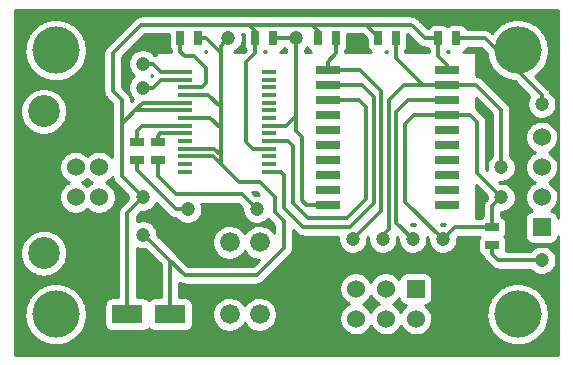
<source format=gtl>
G04 (created by PCBNEW (2013-05-31 BZR 4019)-stable) date 24.10.2013 17:05:54*
%MOIN*%
G04 Gerber Fmt 3.4, Leading zero omitted, Abs format*
%FSLAX34Y34*%
G01*
G70*
G90*
G04 APERTURE LIST*
%ADD10C,0.00590551*%
%ADD11C,0.06*%
%ADD12C,0.1063*%
%ADD13R,0.08X0.026*%
%ADD14R,0.05X0.016*%
%ADD15R,0.025X0.045*%
%ADD16R,0.045X0.025*%
%ADD17C,0.15748*%
%ADD18R,0.06X0.06*%
%ADD19C,0.066*%
%ADD20R,0.1024X0.063*%
%ADD21C,0.0472441*%
%ADD22C,0.011811*%
%ADD23C,0.01*%
G04 APERTURE END LIST*
G54D10*
G54D11*
X16650Y-25100D03*
X16650Y-24100D03*
X15863Y-24100D03*
X15863Y-25100D03*
G54D12*
X14800Y-26962D03*
X14800Y-22238D03*
G54D13*
X24270Y-20850D03*
X24270Y-21350D03*
X24270Y-21850D03*
X24270Y-22350D03*
X24270Y-22850D03*
X24270Y-23350D03*
X24270Y-23850D03*
X24270Y-24350D03*
X24270Y-24850D03*
X24270Y-25350D03*
X28230Y-25350D03*
X28230Y-24850D03*
X28230Y-24350D03*
X28230Y-23850D03*
X28230Y-23350D03*
X28230Y-22850D03*
X28230Y-22350D03*
X28230Y-21850D03*
X28230Y-21350D03*
X28230Y-20850D03*
G54D14*
X22300Y-24250D03*
X22300Y-24000D03*
X22300Y-23740D03*
X22300Y-23480D03*
X22300Y-23230D03*
X22300Y-22970D03*
X22300Y-22710D03*
X22300Y-22460D03*
X22300Y-22200D03*
X22300Y-21950D03*
X22300Y-21690D03*
X22300Y-21430D03*
X22300Y-21180D03*
X22300Y-20920D03*
X19500Y-20920D03*
X19500Y-21180D03*
X19500Y-21420D03*
X19500Y-21690D03*
X19500Y-21950D03*
X19500Y-22200D03*
X19500Y-22460D03*
X19500Y-22710D03*
X19500Y-22970D03*
X19500Y-23230D03*
X19500Y-23480D03*
X19500Y-23740D03*
X19500Y-24000D03*
X19500Y-24250D03*
G54D15*
X19350Y-19800D03*
X19950Y-19800D03*
X21850Y-19800D03*
X22450Y-19800D03*
X27950Y-19800D03*
X28550Y-19800D03*
X23950Y-19800D03*
X24550Y-19800D03*
G54D16*
X18600Y-23850D03*
X18600Y-23250D03*
X17900Y-23850D03*
X17900Y-23250D03*
X29750Y-26700D03*
X29750Y-26100D03*
G54D15*
X25950Y-19800D03*
X26550Y-19800D03*
G54D17*
X15200Y-20200D03*
X30600Y-29000D03*
X30600Y-20200D03*
X15200Y-29000D03*
G54D18*
X31400Y-26100D03*
G54D11*
X31400Y-25100D03*
X31400Y-24100D03*
X31400Y-23100D03*
G54D18*
X27200Y-28150D03*
G54D11*
X27200Y-29150D03*
X26200Y-28150D03*
X26200Y-29150D03*
X25200Y-28150D03*
X25200Y-29150D03*
G54D19*
X21000Y-29000D03*
X22000Y-29000D03*
X21000Y-26600D03*
X22000Y-26600D03*
G54D20*
X17591Y-29000D03*
X19009Y-29000D03*
G54D21*
X18100Y-20650D03*
X18100Y-21450D03*
X20950Y-19800D03*
X31400Y-22000D03*
X23200Y-19800D03*
X18100Y-26350D03*
X27100Y-26500D03*
X28100Y-26500D03*
X30050Y-25100D03*
X21900Y-25500D03*
X19600Y-25500D03*
X25100Y-26500D03*
X26100Y-26500D03*
X30050Y-24100D03*
X18100Y-25100D03*
X31400Y-27200D03*
G54D22*
X18100Y-20650D02*
X18450Y-20650D01*
X18720Y-20920D02*
X19500Y-20920D01*
X18450Y-20650D02*
X18720Y-20920D01*
X18100Y-21450D02*
X18450Y-21450D01*
X18720Y-21180D02*
X19500Y-21180D01*
X18450Y-21450D02*
X18720Y-21180D01*
X19009Y-29000D02*
X19009Y-27209D01*
X19009Y-27209D02*
X18950Y-27150D01*
X20700Y-20050D02*
X20700Y-20300D01*
X20950Y-19800D02*
X20700Y-20050D01*
X19500Y-21690D02*
X20290Y-21690D01*
X20290Y-21690D02*
X20700Y-22100D01*
X19950Y-19800D02*
X20200Y-19800D01*
X20200Y-19800D02*
X20700Y-20300D01*
X20700Y-20300D02*
X20700Y-22100D01*
X20700Y-22100D02*
X20700Y-22800D01*
X31400Y-22000D02*
X31400Y-21700D01*
X29500Y-19800D02*
X28550Y-19800D01*
X31400Y-21700D02*
X29500Y-19800D01*
X22450Y-19800D02*
X23200Y-19800D01*
X23200Y-22400D02*
X23200Y-22900D01*
X23550Y-25350D02*
X24270Y-25350D01*
X23400Y-25200D02*
X23550Y-25350D01*
X23400Y-23100D02*
X23400Y-25200D01*
X23200Y-22900D02*
X23400Y-23100D01*
X22890Y-22710D02*
X23200Y-22400D01*
X23200Y-22400D02*
X23200Y-19800D01*
X22300Y-22710D02*
X22890Y-22710D01*
X19500Y-23740D02*
X20440Y-23740D01*
X20440Y-23740D02*
X20700Y-24000D01*
X19500Y-23480D02*
X20480Y-23480D01*
X20480Y-23480D02*
X20700Y-23700D01*
X19500Y-27700D02*
X21900Y-27700D01*
X20360Y-22460D02*
X19500Y-22460D01*
X20700Y-22800D02*
X20360Y-22460D01*
X20700Y-24000D02*
X20700Y-23700D01*
X20700Y-23700D02*
X20700Y-22800D01*
X21300Y-24600D02*
X20700Y-24000D01*
X22000Y-24600D02*
X21300Y-24600D01*
X22500Y-25100D02*
X22000Y-24600D01*
X22500Y-25600D02*
X22500Y-25100D01*
X22800Y-25900D02*
X22500Y-25600D01*
X22800Y-26800D02*
X22800Y-25900D01*
X21900Y-27700D02*
X22800Y-26800D01*
X18100Y-26350D02*
X18150Y-26350D01*
X18150Y-26350D02*
X18950Y-27150D01*
X18950Y-27150D02*
X19500Y-27700D01*
X17900Y-23250D02*
X17900Y-22900D01*
X18090Y-22710D02*
X19500Y-22710D01*
X17900Y-22900D02*
X18090Y-22710D01*
X19500Y-22970D02*
X18680Y-22970D01*
X18600Y-23050D02*
X18600Y-23250D01*
X18680Y-22970D02*
X18600Y-23050D01*
X26550Y-25850D02*
X26550Y-25950D01*
X26550Y-25950D02*
X27100Y-26500D01*
X26550Y-25850D02*
X26550Y-22250D01*
X26950Y-21850D02*
X26550Y-22250D01*
X28230Y-21850D02*
X26950Y-21850D01*
X28100Y-26500D02*
X26850Y-25250D01*
X27150Y-22350D02*
X28230Y-22350D01*
X26850Y-22650D02*
X27150Y-22350D01*
X26850Y-25250D02*
X26850Y-22650D01*
X29750Y-26100D02*
X28500Y-26100D01*
X28500Y-26100D02*
X28100Y-26500D01*
X30050Y-25100D02*
X29250Y-24300D01*
X29250Y-24300D02*
X29250Y-22600D01*
X29250Y-22600D02*
X29000Y-22350D01*
X29000Y-22350D02*
X28230Y-22350D01*
X29750Y-26100D02*
X29750Y-25400D01*
X29750Y-25400D02*
X30050Y-25100D01*
X19350Y-19800D02*
X19350Y-20250D01*
X20080Y-21420D02*
X19500Y-21420D01*
X20200Y-21300D02*
X20080Y-21420D01*
X20200Y-20800D02*
X20200Y-21300D01*
X19800Y-20400D02*
X20200Y-20800D01*
X19500Y-20400D02*
X19800Y-20400D01*
X19350Y-20250D02*
X19500Y-20400D01*
X18600Y-23850D02*
X18600Y-24400D01*
X21400Y-25000D02*
X21900Y-25500D01*
X19200Y-25000D02*
X21400Y-25000D01*
X18600Y-24400D02*
X19200Y-25000D01*
X19600Y-25500D02*
X19200Y-25500D01*
X19200Y-25500D02*
X18200Y-24500D01*
X17900Y-24200D02*
X17900Y-23850D01*
X18200Y-24500D02*
X17900Y-24200D01*
X25850Y-21350D02*
X26050Y-21550D01*
X26050Y-21550D02*
X26050Y-21900D01*
X25100Y-26500D02*
X25200Y-26400D01*
X25350Y-20850D02*
X25850Y-21350D01*
X24270Y-20850D02*
X25350Y-20850D01*
X26050Y-25550D02*
X25200Y-26400D01*
X25200Y-26400D02*
X25150Y-26450D01*
X26050Y-21550D02*
X26050Y-21900D01*
X26050Y-21900D02*
X26050Y-25550D01*
X24270Y-20700D02*
X24270Y-20850D01*
X24270Y-20700D02*
X24270Y-20580D01*
X24550Y-20300D02*
X24550Y-19800D01*
X24270Y-20580D02*
X24550Y-20300D01*
X22300Y-24250D02*
X22700Y-24250D01*
X25400Y-21350D02*
X25800Y-21750D01*
X25800Y-21750D02*
X25800Y-22700D01*
X25400Y-21350D02*
X24270Y-21350D01*
X25800Y-25300D02*
X25800Y-22700D01*
X25000Y-26100D02*
X25800Y-25300D01*
X23450Y-26100D02*
X25000Y-26100D01*
X22800Y-25450D02*
X23450Y-26100D01*
X22800Y-24350D02*
X22800Y-25450D01*
X22700Y-24250D02*
X22800Y-24350D01*
X26100Y-26500D02*
X26100Y-26350D01*
X26100Y-26350D02*
X26300Y-26150D01*
X26800Y-21350D02*
X26300Y-21850D01*
X26800Y-21350D02*
X27450Y-21350D01*
X26300Y-21850D02*
X26300Y-26150D01*
X30050Y-24100D02*
X30050Y-22200D01*
X29200Y-21350D02*
X28230Y-21350D01*
X30050Y-22200D02*
X29200Y-21350D01*
X26550Y-19800D02*
X26550Y-20450D01*
X27450Y-21350D02*
X28230Y-21350D01*
X26550Y-20450D02*
X27450Y-21350D01*
X22900Y-23230D02*
X22930Y-23230D01*
X24900Y-25800D02*
X25550Y-25150D01*
X23600Y-25800D02*
X24900Y-25800D01*
X23100Y-25300D02*
X23600Y-25800D01*
X23100Y-23400D02*
X23100Y-25300D01*
X22930Y-23230D02*
X23100Y-23400D01*
X24270Y-21850D02*
X25300Y-21850D01*
X25550Y-22100D02*
X25550Y-25150D01*
X25300Y-21850D02*
X25550Y-22100D01*
X22900Y-23230D02*
X22300Y-23230D01*
X17591Y-29000D02*
X17591Y-25609D01*
X17591Y-25609D02*
X18100Y-25100D01*
X23950Y-19800D02*
X23950Y-19550D01*
X23950Y-19550D02*
X23750Y-19350D01*
X21850Y-19800D02*
X21850Y-19550D01*
X21850Y-19550D02*
X21650Y-19350D01*
X25950Y-19800D02*
X25950Y-19750D01*
X25950Y-19750D02*
X25550Y-19350D01*
X20800Y-19350D02*
X21650Y-19350D01*
X21650Y-19350D02*
X23600Y-19350D01*
X23600Y-19350D02*
X23750Y-19350D01*
X23750Y-19350D02*
X25550Y-19350D01*
X25550Y-19350D02*
X27050Y-19350D01*
X27050Y-19350D02*
X27100Y-19400D01*
X18050Y-19350D02*
X20800Y-19350D01*
X17400Y-22650D02*
X17400Y-21850D01*
X18100Y-25100D02*
X17400Y-24400D01*
X17400Y-24400D02*
X17400Y-22650D01*
X31400Y-27200D02*
X29950Y-27200D01*
X29750Y-27000D02*
X29750Y-26700D01*
X29950Y-27200D02*
X29750Y-27000D01*
X21550Y-20850D02*
X21550Y-20600D01*
X21850Y-20300D02*
X21850Y-19800D01*
X21550Y-20600D02*
X21850Y-20300D01*
X22300Y-23480D02*
X21780Y-23480D01*
X21550Y-20850D02*
X21550Y-21200D01*
X21550Y-23250D02*
X21550Y-20850D01*
X21780Y-23480D02*
X21550Y-23250D01*
X28230Y-20850D02*
X28230Y-20680D01*
X27950Y-20400D02*
X27950Y-19800D01*
X28230Y-20680D02*
X27950Y-20400D01*
X27500Y-19800D02*
X27950Y-19800D01*
X27100Y-19400D02*
X27500Y-19800D01*
X17400Y-21850D02*
X17350Y-21800D01*
X17100Y-21550D02*
X17100Y-20300D01*
X17100Y-20300D02*
X18050Y-19350D01*
X17100Y-21550D02*
X17350Y-21800D01*
X18450Y-22200D02*
X17850Y-22200D01*
X17400Y-22650D02*
X17850Y-22200D01*
X18100Y-21950D02*
X18700Y-21950D01*
X17850Y-22200D02*
X18100Y-21950D01*
X19500Y-22200D02*
X18450Y-22200D01*
X19500Y-21950D02*
X18700Y-21950D01*
G54D10*
G36*
X16419Y-24599D02*
X16393Y-24610D01*
X16303Y-24669D01*
X16256Y-24715D01*
X16215Y-24674D01*
X16125Y-24613D01*
X16093Y-24600D01*
X16112Y-24593D01*
X16203Y-24535D01*
X16256Y-24484D01*
X16291Y-24520D01*
X16380Y-24582D01*
X16419Y-24599D01*
X16419Y-24599D01*
G37*
G54D23*
X16419Y-24599D02*
X16393Y-24610D01*
X16303Y-24669D01*
X16256Y-24715D01*
X16215Y-24674D01*
X16125Y-24613D01*
X16093Y-24600D01*
X16112Y-24593D01*
X16203Y-24535D01*
X16256Y-24484D01*
X16291Y-24520D01*
X16380Y-24582D01*
X16419Y-24599D01*
G54D10*
G36*
X18412Y-21050D02*
X18398Y-21064D01*
X18376Y-21050D01*
X18399Y-21036D01*
X18412Y-21050D01*
X18412Y-21050D01*
G37*
G54D23*
X18412Y-21050D02*
X18398Y-21064D01*
X18376Y-21050D01*
X18399Y-21036D01*
X18412Y-21050D01*
G54D10*
G36*
X18699Y-28434D02*
X18472Y-28434D01*
X18424Y-28444D01*
X18379Y-28463D01*
X18338Y-28490D01*
X18303Y-28524D01*
X18300Y-28529D01*
X18297Y-28526D01*
X18263Y-28491D01*
X18222Y-28464D01*
X18177Y-28445D01*
X18129Y-28435D01*
X18080Y-28434D01*
X17900Y-28434D01*
X17900Y-26793D01*
X17949Y-26814D01*
X18042Y-26835D01*
X18137Y-26837D01*
X18190Y-26827D01*
X18699Y-27337D01*
X18699Y-28434D01*
X18699Y-28434D01*
G37*
G54D23*
X18699Y-28434D02*
X18472Y-28434D01*
X18424Y-28444D01*
X18379Y-28463D01*
X18338Y-28490D01*
X18303Y-28524D01*
X18300Y-28529D01*
X18297Y-28526D01*
X18263Y-28491D01*
X18222Y-28464D01*
X18177Y-28445D01*
X18129Y-28435D01*
X18080Y-28434D01*
X17900Y-28434D01*
X17900Y-26793D01*
X17949Y-26814D01*
X18042Y-26835D01*
X18137Y-26837D01*
X18190Y-26827D01*
X18699Y-27337D01*
X18699Y-28434D01*
G54D10*
G36*
X19040Y-20250D02*
X18550Y-20250D01*
X18550Y-20358D01*
X18541Y-20356D01*
X18514Y-20347D01*
X18512Y-20347D01*
X18511Y-20347D01*
X18482Y-20344D01*
X18480Y-20343D01*
X18478Y-20341D01*
X18411Y-20273D01*
X18332Y-20220D01*
X18244Y-20183D01*
X18151Y-20164D01*
X18055Y-20163D01*
X17962Y-20181D01*
X17873Y-20217D01*
X17793Y-20269D01*
X17725Y-20335D01*
X17671Y-20414D01*
X17634Y-20502D01*
X17614Y-20595D01*
X17613Y-20690D01*
X17630Y-20784D01*
X17665Y-20873D01*
X17717Y-20953D01*
X17783Y-21022D01*
X17823Y-21049D01*
X17793Y-21069D01*
X17725Y-21135D01*
X17671Y-21214D01*
X17634Y-21302D01*
X17614Y-21395D01*
X17613Y-21490D01*
X17630Y-21584D01*
X17665Y-21673D01*
X17717Y-21753D01*
X17783Y-21822D01*
X17787Y-21825D01*
X17709Y-21903D01*
X17709Y-21850D01*
X17706Y-21821D01*
X17703Y-21793D01*
X17703Y-21791D01*
X17703Y-21789D01*
X17694Y-21762D01*
X17686Y-21735D01*
X17686Y-21733D01*
X17685Y-21732D01*
X17672Y-21707D01*
X17659Y-21681D01*
X17658Y-21680D01*
X17657Y-21678D01*
X17639Y-21656D01*
X17621Y-21634D01*
X17619Y-21632D01*
X17619Y-21632D01*
X17619Y-21632D01*
X17618Y-21631D01*
X17568Y-21581D01*
X17568Y-21581D01*
X17409Y-21421D01*
X17409Y-20428D01*
X18178Y-19659D01*
X18974Y-19659D01*
X18974Y-20049D01*
X18984Y-20097D01*
X19003Y-20142D01*
X19030Y-20183D01*
X19040Y-20194D01*
X19040Y-20250D01*
X19040Y-20250D01*
G37*
G54D23*
X19040Y-20250D02*
X18550Y-20250D01*
X18550Y-20358D01*
X18541Y-20356D01*
X18514Y-20347D01*
X18512Y-20347D01*
X18511Y-20347D01*
X18482Y-20344D01*
X18480Y-20343D01*
X18478Y-20341D01*
X18411Y-20273D01*
X18332Y-20220D01*
X18244Y-20183D01*
X18151Y-20164D01*
X18055Y-20163D01*
X17962Y-20181D01*
X17873Y-20217D01*
X17793Y-20269D01*
X17725Y-20335D01*
X17671Y-20414D01*
X17634Y-20502D01*
X17614Y-20595D01*
X17613Y-20690D01*
X17630Y-20784D01*
X17665Y-20873D01*
X17717Y-20953D01*
X17783Y-21022D01*
X17823Y-21049D01*
X17793Y-21069D01*
X17725Y-21135D01*
X17671Y-21214D01*
X17634Y-21302D01*
X17614Y-21395D01*
X17613Y-21490D01*
X17630Y-21584D01*
X17665Y-21673D01*
X17717Y-21753D01*
X17783Y-21822D01*
X17787Y-21825D01*
X17709Y-21903D01*
X17709Y-21850D01*
X17706Y-21821D01*
X17703Y-21793D01*
X17703Y-21791D01*
X17703Y-21789D01*
X17694Y-21762D01*
X17686Y-21735D01*
X17686Y-21733D01*
X17685Y-21732D01*
X17672Y-21707D01*
X17659Y-21681D01*
X17658Y-21680D01*
X17657Y-21678D01*
X17639Y-21656D01*
X17621Y-21634D01*
X17619Y-21632D01*
X17619Y-21632D01*
X17619Y-21632D01*
X17618Y-21631D01*
X17568Y-21581D01*
X17568Y-21581D01*
X17409Y-21421D01*
X17409Y-20428D01*
X18178Y-19659D01*
X18974Y-19659D01*
X18974Y-20049D01*
X18984Y-20097D01*
X19003Y-20142D01*
X19030Y-20183D01*
X19040Y-20194D01*
X19040Y-20250D01*
G54D10*
G36*
X20212Y-20250D02*
X20185Y-20250D01*
X20192Y-20246D01*
X20203Y-20240D01*
X20212Y-20250D01*
X20212Y-20250D01*
G37*
G54D23*
X20212Y-20250D02*
X20185Y-20250D01*
X20192Y-20246D01*
X20203Y-20240D01*
X20212Y-20250D01*
G54D10*
G36*
X21529Y-20183D02*
X21462Y-20250D01*
X21134Y-20250D01*
X21170Y-20236D01*
X21250Y-20185D01*
X21319Y-20119D01*
X21374Y-20041D01*
X21413Y-19954D01*
X21434Y-19861D01*
X21436Y-19752D01*
X21417Y-19659D01*
X21474Y-19659D01*
X21474Y-20049D01*
X21484Y-20097D01*
X21503Y-20142D01*
X21529Y-20183D01*
X21529Y-20183D01*
G37*
G54D23*
X21529Y-20183D02*
X21462Y-20250D01*
X21134Y-20250D01*
X21170Y-20236D01*
X21250Y-20185D01*
X21319Y-20119D01*
X21374Y-20041D01*
X21413Y-19954D01*
X21434Y-19861D01*
X21436Y-19752D01*
X21417Y-19659D01*
X21474Y-19659D01*
X21474Y-20049D01*
X21484Y-20097D01*
X21503Y-20142D01*
X21529Y-20183D01*
G54D10*
G36*
X21983Y-25020D02*
X21951Y-25014D01*
X21855Y-25013D01*
X21851Y-25014D01*
X21746Y-24909D01*
X21871Y-24909D01*
X21983Y-25020D01*
X21983Y-25020D01*
G37*
G54D23*
X21983Y-25020D02*
X21951Y-25014D01*
X21855Y-25013D01*
X21851Y-25014D01*
X21746Y-24909D01*
X21871Y-24909D01*
X21983Y-25020D01*
G54D10*
G36*
X22215Y-20250D02*
X22159Y-20250D01*
X22159Y-20212D01*
X22164Y-20218D01*
X22205Y-20245D01*
X22215Y-20250D01*
X22215Y-20250D01*
G37*
G54D23*
X22215Y-20250D02*
X22159Y-20250D01*
X22159Y-20212D01*
X22164Y-20218D01*
X22205Y-20245D01*
X22215Y-20250D01*
G54D10*
G36*
X22490Y-26290D02*
X22451Y-26231D01*
X22371Y-26150D01*
X22277Y-26087D01*
X22172Y-26043D01*
X22060Y-26020D01*
X21947Y-26019D01*
X21835Y-26040D01*
X21729Y-26083D01*
X21634Y-26145D01*
X21553Y-26225D01*
X21499Y-26303D01*
X21451Y-26231D01*
X21371Y-26150D01*
X21277Y-26087D01*
X21172Y-26043D01*
X21060Y-26020D01*
X20947Y-26019D01*
X20835Y-26040D01*
X20729Y-26083D01*
X20634Y-26145D01*
X20553Y-26225D01*
X20489Y-26319D01*
X20444Y-26423D01*
X20420Y-26535D01*
X20419Y-26648D01*
X20439Y-26760D01*
X20481Y-26866D01*
X20543Y-26962D01*
X20622Y-27043D01*
X20715Y-27108D01*
X20819Y-27154D01*
X20930Y-27178D01*
X21044Y-27181D01*
X21156Y-27161D01*
X21262Y-27120D01*
X21358Y-27059D01*
X21441Y-26980D01*
X21500Y-26896D01*
X21543Y-26962D01*
X21622Y-27043D01*
X21715Y-27108D01*
X21819Y-27154D01*
X21930Y-27178D01*
X21983Y-27179D01*
X21771Y-27390D01*
X19628Y-27390D01*
X19227Y-26990D01*
X19168Y-26931D01*
X19168Y-26931D01*
X18585Y-26348D01*
X18586Y-26302D01*
X18567Y-26208D01*
X18531Y-26120D01*
X18478Y-26041D01*
X18411Y-25973D01*
X18332Y-25920D01*
X18244Y-25883D01*
X18151Y-25864D01*
X18055Y-25863D01*
X17962Y-25881D01*
X17900Y-25906D01*
X17900Y-25737D01*
X18051Y-25585D01*
X18137Y-25587D01*
X18231Y-25570D01*
X18320Y-25536D01*
X18400Y-25485D01*
X18469Y-25419D01*
X18524Y-25341D01*
X18549Y-25286D01*
X18981Y-25718D01*
X19003Y-25736D01*
X19025Y-25755D01*
X19026Y-25755D01*
X19028Y-25756D01*
X19053Y-25770D01*
X19078Y-25784D01*
X19079Y-25784D01*
X19081Y-25785D01*
X19108Y-25793D01*
X19135Y-25802D01*
X19137Y-25802D01*
X19138Y-25802D01*
X19167Y-25805D01*
X19195Y-25809D01*
X19198Y-25809D01*
X19198Y-25809D01*
X19198Y-25809D01*
X19200Y-25809D01*
X19222Y-25809D01*
X19283Y-25872D01*
X19361Y-25926D01*
X19449Y-25964D01*
X19542Y-25985D01*
X19637Y-25987D01*
X19731Y-25970D01*
X19820Y-25936D01*
X19900Y-25885D01*
X19969Y-25819D01*
X20024Y-25741D01*
X20063Y-25654D01*
X20084Y-25561D01*
X20086Y-25452D01*
X20067Y-25358D01*
X20047Y-25309D01*
X21271Y-25309D01*
X21414Y-25451D01*
X21413Y-25540D01*
X21430Y-25634D01*
X21465Y-25723D01*
X21517Y-25803D01*
X21583Y-25872D01*
X21661Y-25926D01*
X21749Y-25964D01*
X21842Y-25985D01*
X21937Y-25987D01*
X22031Y-25970D01*
X22120Y-25936D01*
X22200Y-25885D01*
X22269Y-25819D01*
X22275Y-25811D01*
X22278Y-25815D01*
X22280Y-25817D01*
X22280Y-25817D01*
X22280Y-25817D01*
X22281Y-25818D01*
X22490Y-26028D01*
X22490Y-26290D01*
X22490Y-26290D01*
G37*
G54D23*
X22490Y-26290D02*
X22451Y-26231D01*
X22371Y-26150D01*
X22277Y-26087D01*
X22172Y-26043D01*
X22060Y-26020D01*
X21947Y-26019D01*
X21835Y-26040D01*
X21729Y-26083D01*
X21634Y-26145D01*
X21553Y-26225D01*
X21499Y-26303D01*
X21451Y-26231D01*
X21371Y-26150D01*
X21277Y-26087D01*
X21172Y-26043D01*
X21060Y-26020D01*
X20947Y-26019D01*
X20835Y-26040D01*
X20729Y-26083D01*
X20634Y-26145D01*
X20553Y-26225D01*
X20489Y-26319D01*
X20444Y-26423D01*
X20420Y-26535D01*
X20419Y-26648D01*
X20439Y-26760D01*
X20481Y-26866D01*
X20543Y-26962D01*
X20622Y-27043D01*
X20715Y-27108D01*
X20819Y-27154D01*
X20930Y-27178D01*
X21044Y-27181D01*
X21156Y-27161D01*
X21262Y-27120D01*
X21358Y-27059D01*
X21441Y-26980D01*
X21500Y-26896D01*
X21543Y-26962D01*
X21622Y-27043D01*
X21715Y-27108D01*
X21819Y-27154D01*
X21930Y-27178D01*
X21983Y-27179D01*
X21771Y-27390D01*
X19628Y-27390D01*
X19227Y-26990D01*
X19168Y-26931D01*
X19168Y-26931D01*
X18585Y-26348D01*
X18586Y-26302D01*
X18567Y-26208D01*
X18531Y-26120D01*
X18478Y-26041D01*
X18411Y-25973D01*
X18332Y-25920D01*
X18244Y-25883D01*
X18151Y-25864D01*
X18055Y-25863D01*
X17962Y-25881D01*
X17900Y-25906D01*
X17900Y-25737D01*
X18051Y-25585D01*
X18137Y-25587D01*
X18231Y-25570D01*
X18320Y-25536D01*
X18400Y-25485D01*
X18469Y-25419D01*
X18524Y-25341D01*
X18549Y-25286D01*
X18981Y-25718D01*
X19003Y-25736D01*
X19025Y-25755D01*
X19026Y-25755D01*
X19028Y-25756D01*
X19053Y-25770D01*
X19078Y-25784D01*
X19079Y-25784D01*
X19081Y-25785D01*
X19108Y-25793D01*
X19135Y-25802D01*
X19137Y-25802D01*
X19138Y-25802D01*
X19167Y-25805D01*
X19195Y-25809D01*
X19198Y-25809D01*
X19198Y-25809D01*
X19198Y-25809D01*
X19200Y-25809D01*
X19222Y-25809D01*
X19283Y-25872D01*
X19361Y-25926D01*
X19449Y-25964D01*
X19542Y-25985D01*
X19637Y-25987D01*
X19731Y-25970D01*
X19820Y-25936D01*
X19900Y-25885D01*
X19969Y-25819D01*
X20024Y-25741D01*
X20063Y-25654D01*
X20084Y-25561D01*
X20086Y-25452D01*
X20067Y-25358D01*
X20047Y-25309D01*
X21271Y-25309D01*
X21414Y-25451D01*
X21413Y-25540D01*
X21430Y-25634D01*
X21465Y-25723D01*
X21517Y-25803D01*
X21583Y-25872D01*
X21661Y-25926D01*
X21749Y-25964D01*
X21842Y-25985D01*
X21937Y-25987D01*
X22031Y-25970D01*
X22120Y-25936D01*
X22200Y-25885D01*
X22269Y-25819D01*
X22275Y-25811D01*
X22278Y-25815D01*
X22280Y-25817D01*
X22280Y-25817D01*
X22280Y-25817D01*
X22281Y-25818D01*
X22490Y-26028D01*
X22490Y-26290D01*
G54D10*
G36*
X22890Y-20250D02*
X22685Y-20250D01*
X22692Y-20246D01*
X22733Y-20219D01*
X22768Y-20185D01*
X22795Y-20144D01*
X22810Y-20109D01*
X22822Y-20109D01*
X22883Y-20172D01*
X22890Y-20177D01*
X22890Y-20250D01*
X22890Y-20250D01*
G37*
G54D23*
X22890Y-20250D02*
X22685Y-20250D01*
X22692Y-20246D01*
X22733Y-20219D01*
X22768Y-20185D01*
X22795Y-20144D01*
X22810Y-20109D01*
X22822Y-20109D01*
X22883Y-20172D01*
X22890Y-20177D01*
X22890Y-20250D01*
G54D10*
G36*
X23715Y-20250D02*
X23509Y-20250D01*
X23509Y-20177D01*
X23569Y-20119D01*
X23584Y-20098D01*
X23603Y-20142D01*
X23630Y-20183D01*
X23664Y-20218D01*
X23705Y-20245D01*
X23715Y-20250D01*
X23715Y-20250D01*
G37*
G54D23*
X23715Y-20250D02*
X23509Y-20250D01*
X23509Y-20177D01*
X23569Y-20119D01*
X23584Y-20098D01*
X23603Y-20142D01*
X23630Y-20183D01*
X23664Y-20218D01*
X23705Y-20245D01*
X23715Y-20250D01*
G54D10*
G36*
X25715Y-20250D02*
X24859Y-20250D01*
X24859Y-20194D01*
X24868Y-20185D01*
X24895Y-20144D01*
X24914Y-20099D01*
X24924Y-20051D01*
X24925Y-20002D01*
X24925Y-19659D01*
X25421Y-19659D01*
X25574Y-19811D01*
X25574Y-20049D01*
X25584Y-20097D01*
X25603Y-20142D01*
X25630Y-20183D01*
X25664Y-20218D01*
X25705Y-20245D01*
X25715Y-20250D01*
X25715Y-20250D01*
G37*
G54D23*
X25715Y-20250D02*
X24859Y-20250D01*
X24859Y-20194D01*
X24868Y-20185D01*
X24895Y-20144D01*
X24914Y-20099D01*
X24924Y-20051D01*
X24925Y-20002D01*
X24925Y-19659D01*
X25421Y-19659D01*
X25574Y-19811D01*
X25574Y-20049D01*
X25584Y-20097D01*
X25603Y-20142D01*
X25630Y-20183D01*
X25664Y-20218D01*
X25705Y-20245D01*
X25715Y-20250D01*
G54D10*
G36*
X25969Y-28649D02*
X25943Y-28660D01*
X25853Y-28719D01*
X25776Y-28794D01*
X25715Y-28883D01*
X25700Y-28920D01*
X25687Y-28890D01*
X25628Y-28800D01*
X25552Y-28724D01*
X25462Y-28663D01*
X25430Y-28650D01*
X25449Y-28643D01*
X25540Y-28585D01*
X25618Y-28511D01*
X25680Y-28422D01*
X25699Y-28380D01*
X25708Y-28402D01*
X25766Y-28493D01*
X25841Y-28570D01*
X25930Y-28632D01*
X25969Y-28649D01*
X25969Y-28649D01*
G37*
G54D23*
X25969Y-28649D02*
X25943Y-28660D01*
X25853Y-28719D01*
X25776Y-28794D01*
X25715Y-28883D01*
X25700Y-28920D01*
X25687Y-28890D01*
X25628Y-28800D01*
X25552Y-28724D01*
X25462Y-28663D01*
X25430Y-28650D01*
X25449Y-28643D01*
X25540Y-28585D01*
X25618Y-28511D01*
X25680Y-28422D01*
X25699Y-28380D01*
X25708Y-28402D01*
X25766Y-28493D01*
X25841Y-28570D01*
X25930Y-28632D01*
X25969Y-28649D01*
G54D10*
G36*
X26240Y-20250D02*
X26185Y-20250D01*
X26192Y-20246D01*
X26233Y-20219D01*
X26240Y-20212D01*
X26240Y-20250D01*
X26240Y-20250D01*
G37*
G54D23*
X26240Y-20250D02*
X26185Y-20250D01*
X26192Y-20246D01*
X26233Y-20219D01*
X26240Y-20212D01*
X26240Y-20250D01*
G54D10*
G36*
X26883Y-28699D02*
X26853Y-28719D01*
X26776Y-28794D01*
X26715Y-28883D01*
X26700Y-28920D01*
X26687Y-28890D01*
X26628Y-28800D01*
X26552Y-28724D01*
X26462Y-28663D01*
X26430Y-28650D01*
X26449Y-28643D01*
X26540Y-28585D01*
X26618Y-28511D01*
X26649Y-28466D01*
X26649Y-28474D01*
X26659Y-28522D01*
X26678Y-28567D01*
X26705Y-28608D01*
X26739Y-28643D01*
X26780Y-28670D01*
X26825Y-28689D01*
X26873Y-28699D01*
X26883Y-28699D01*
X26883Y-28699D01*
G37*
G54D23*
X26883Y-28699D02*
X26853Y-28719D01*
X26776Y-28794D01*
X26715Y-28883D01*
X26700Y-28920D01*
X26687Y-28890D01*
X26628Y-28800D01*
X26552Y-28724D01*
X26462Y-28663D01*
X26430Y-28650D01*
X26449Y-28643D01*
X26540Y-28585D01*
X26618Y-28511D01*
X26649Y-28466D01*
X26649Y-28474D01*
X26659Y-28522D01*
X26678Y-28567D01*
X26705Y-28608D01*
X26739Y-28643D01*
X26780Y-28670D01*
X26825Y-28689D01*
X26873Y-28699D01*
X26883Y-28699D01*
G54D10*
G36*
X27183Y-26020D02*
X27151Y-26014D01*
X27055Y-26013D01*
X27051Y-26014D01*
X27037Y-26000D01*
X27162Y-26000D01*
X27183Y-26020D01*
X27183Y-26020D01*
G37*
G54D23*
X27183Y-26020D02*
X27151Y-26014D01*
X27055Y-26013D01*
X27051Y-26014D01*
X27037Y-26000D01*
X27162Y-26000D01*
X27183Y-26020D01*
G54D10*
G36*
X27640Y-20250D02*
X26859Y-20250D01*
X26859Y-20194D01*
X26868Y-20185D01*
X26895Y-20144D01*
X26914Y-20099D01*
X26924Y-20051D01*
X26925Y-20002D01*
X26925Y-19662D01*
X27281Y-20018D01*
X27303Y-20036D01*
X27325Y-20055D01*
X27326Y-20055D01*
X27328Y-20056D01*
X27353Y-20070D01*
X27378Y-20084D01*
X27379Y-20084D01*
X27381Y-20085D01*
X27408Y-20093D01*
X27435Y-20102D01*
X27437Y-20102D01*
X27438Y-20102D01*
X27467Y-20105D01*
X27495Y-20109D01*
X27498Y-20109D01*
X27498Y-20109D01*
X27498Y-20109D01*
X27500Y-20109D01*
X27589Y-20109D01*
X27603Y-20142D01*
X27630Y-20183D01*
X27640Y-20194D01*
X27640Y-20250D01*
X27640Y-20250D01*
G37*
G54D23*
X27640Y-20250D02*
X26859Y-20250D01*
X26859Y-20194D01*
X26868Y-20185D01*
X26895Y-20144D01*
X26914Y-20099D01*
X26924Y-20051D01*
X26925Y-20002D01*
X26925Y-19662D01*
X27281Y-20018D01*
X27303Y-20036D01*
X27325Y-20055D01*
X27326Y-20055D01*
X27328Y-20056D01*
X27353Y-20070D01*
X27378Y-20084D01*
X27379Y-20084D01*
X27381Y-20085D01*
X27408Y-20093D01*
X27435Y-20102D01*
X27437Y-20102D01*
X27438Y-20102D01*
X27467Y-20105D01*
X27495Y-20109D01*
X27498Y-20109D01*
X27498Y-20109D01*
X27498Y-20109D01*
X27500Y-20109D01*
X27589Y-20109D01*
X27603Y-20142D01*
X27630Y-20183D01*
X27640Y-20194D01*
X27640Y-20250D01*
G54D10*
G36*
X28162Y-26000D02*
X28148Y-26014D01*
X28055Y-26013D01*
X28051Y-26014D01*
X28037Y-26000D01*
X28162Y-26000D01*
X28162Y-26000D01*
G37*
G54D23*
X28162Y-26000D02*
X28148Y-26014D01*
X28055Y-26013D01*
X28051Y-26014D01*
X28037Y-26000D01*
X28162Y-26000D01*
G54D10*
G36*
X28315Y-20250D02*
X28259Y-20250D01*
X28259Y-20212D01*
X28264Y-20218D01*
X28305Y-20245D01*
X28315Y-20250D01*
X28315Y-20250D01*
G37*
G54D23*
X28315Y-20250D02*
X28259Y-20250D01*
X28259Y-20212D01*
X28264Y-20218D01*
X28305Y-20245D01*
X28315Y-20250D01*
G54D10*
G36*
X29564Y-25148D02*
X29531Y-25181D01*
X29513Y-25203D01*
X29494Y-25225D01*
X29494Y-25226D01*
X29493Y-25228D01*
X29479Y-25253D01*
X29465Y-25278D01*
X29465Y-25279D01*
X29464Y-25281D01*
X29456Y-25308D01*
X29447Y-25335D01*
X29447Y-25337D01*
X29447Y-25338D01*
X29444Y-25367D01*
X29440Y-25395D01*
X29440Y-25398D01*
X29440Y-25398D01*
X29440Y-25398D01*
X29440Y-25400D01*
X29440Y-25739D01*
X29407Y-25753D01*
X29366Y-25780D01*
X29355Y-25790D01*
X29200Y-25790D01*
X29200Y-24687D01*
X29564Y-25051D01*
X29563Y-25140D01*
X29564Y-25148D01*
X29564Y-25148D01*
G37*
G54D23*
X29564Y-25148D02*
X29531Y-25181D01*
X29513Y-25203D01*
X29494Y-25225D01*
X29494Y-25226D01*
X29493Y-25228D01*
X29479Y-25253D01*
X29465Y-25278D01*
X29465Y-25279D01*
X29464Y-25281D01*
X29456Y-25308D01*
X29447Y-25335D01*
X29447Y-25337D01*
X29447Y-25338D01*
X29444Y-25367D01*
X29440Y-25395D01*
X29440Y-25398D01*
X29440Y-25398D01*
X29440Y-25398D01*
X29440Y-25400D01*
X29440Y-25739D01*
X29407Y-25753D01*
X29366Y-25780D01*
X29355Y-25790D01*
X29200Y-25790D01*
X29200Y-24687D01*
X29564Y-25051D01*
X29563Y-25140D01*
X29564Y-25148D01*
G54D10*
G36*
X29740Y-23722D02*
X29675Y-23785D01*
X29621Y-23864D01*
X29584Y-23952D01*
X29564Y-24045D01*
X29563Y-24140D01*
X29571Y-24183D01*
X29559Y-24171D01*
X29559Y-22600D01*
X29556Y-22571D01*
X29553Y-22543D01*
X29553Y-22541D01*
X29553Y-22539D01*
X29544Y-22512D01*
X29536Y-22485D01*
X29536Y-22483D01*
X29535Y-22482D01*
X29522Y-22457D01*
X29509Y-22431D01*
X29508Y-22430D01*
X29507Y-22428D01*
X29489Y-22406D01*
X29471Y-22384D01*
X29469Y-22382D01*
X29469Y-22382D01*
X29469Y-22382D01*
X29468Y-22381D01*
X29218Y-22131D01*
X29200Y-22116D01*
X29200Y-21787D01*
X29740Y-22328D01*
X29740Y-23722D01*
X29740Y-23722D01*
G37*
G54D23*
X29740Y-23722D02*
X29675Y-23785D01*
X29621Y-23864D01*
X29584Y-23952D01*
X29564Y-24045D01*
X29563Y-24140D01*
X29571Y-24183D01*
X29559Y-24171D01*
X29559Y-22600D01*
X29556Y-22571D01*
X29553Y-22543D01*
X29553Y-22541D01*
X29553Y-22539D01*
X29544Y-22512D01*
X29536Y-22485D01*
X29536Y-22483D01*
X29535Y-22482D01*
X29522Y-22457D01*
X29509Y-22431D01*
X29508Y-22430D01*
X29507Y-22428D01*
X29489Y-22406D01*
X29471Y-22384D01*
X29469Y-22382D01*
X29469Y-22382D01*
X29469Y-22382D01*
X29468Y-22381D01*
X29218Y-22131D01*
X29200Y-22116D01*
X29200Y-21787D01*
X29740Y-22328D01*
X29740Y-23722D01*
G54D10*
G36*
X31950Y-24045D02*
X31929Y-23940D01*
X31887Y-23840D01*
X31828Y-23750D01*
X31752Y-23674D01*
X31662Y-23613D01*
X31630Y-23600D01*
X31649Y-23593D01*
X31740Y-23535D01*
X31818Y-23461D01*
X31880Y-23372D01*
X31924Y-23274D01*
X31948Y-23169D01*
X31950Y-23047D01*
X31950Y-24045D01*
X31950Y-24045D01*
G37*
G54D23*
X31950Y-24045D02*
X31929Y-23940D01*
X31887Y-23840D01*
X31828Y-23750D01*
X31752Y-23674D01*
X31662Y-23613D01*
X31630Y-23600D01*
X31649Y-23593D01*
X31740Y-23535D01*
X31818Y-23461D01*
X31880Y-23372D01*
X31924Y-23274D01*
X31948Y-23169D01*
X31950Y-23047D01*
X31950Y-24045D01*
G54D10*
G36*
X31950Y-25045D02*
X31929Y-24940D01*
X31887Y-24840D01*
X31828Y-24750D01*
X31752Y-24674D01*
X31662Y-24613D01*
X31630Y-24600D01*
X31649Y-24593D01*
X31740Y-24535D01*
X31818Y-24461D01*
X31880Y-24372D01*
X31924Y-24274D01*
X31948Y-24169D01*
X31950Y-24047D01*
X31950Y-25045D01*
X31950Y-25045D01*
G37*
G54D23*
X31950Y-25045D02*
X31929Y-24940D01*
X31887Y-24840D01*
X31828Y-24750D01*
X31752Y-24674D01*
X31662Y-24613D01*
X31630Y-24600D01*
X31649Y-24593D01*
X31740Y-24535D01*
X31818Y-24461D01*
X31880Y-24372D01*
X31924Y-24274D01*
X31948Y-24169D01*
X31950Y-24047D01*
X31950Y-25045D01*
G54D10*
G36*
X31950Y-25775D02*
X31940Y-25727D01*
X31921Y-25682D01*
X31894Y-25641D01*
X31860Y-25606D01*
X31819Y-25579D01*
X31774Y-25560D01*
X31726Y-25550D01*
X31717Y-25550D01*
X31740Y-25535D01*
X31818Y-25461D01*
X31880Y-25372D01*
X31924Y-25274D01*
X31948Y-25169D01*
X31950Y-25047D01*
X31950Y-25775D01*
X31950Y-25775D01*
G37*
G54D23*
X31950Y-25775D02*
X31940Y-25727D01*
X31921Y-25682D01*
X31894Y-25641D01*
X31860Y-25606D01*
X31819Y-25579D01*
X31774Y-25560D01*
X31726Y-25550D01*
X31717Y-25550D01*
X31740Y-25535D01*
X31818Y-25461D01*
X31880Y-25372D01*
X31924Y-25274D01*
X31948Y-25169D01*
X31950Y-25047D01*
X31950Y-25775D01*
G54D10*
G36*
X31950Y-30350D02*
X31886Y-30350D01*
X31886Y-27152D01*
X31867Y-27058D01*
X31831Y-26970D01*
X31778Y-26891D01*
X31711Y-26823D01*
X31632Y-26770D01*
X31544Y-26733D01*
X31451Y-26714D01*
X31355Y-26713D01*
X31262Y-26731D01*
X31173Y-26767D01*
X31093Y-26819D01*
X31025Y-26885D01*
X31022Y-26890D01*
X30216Y-26890D01*
X30224Y-26851D01*
X30225Y-26802D01*
X30225Y-26550D01*
X30215Y-26502D01*
X30196Y-26457D01*
X30169Y-26416D01*
X30153Y-26400D01*
X30168Y-26385D01*
X30195Y-26344D01*
X30214Y-26299D01*
X30224Y-26251D01*
X30225Y-26202D01*
X30225Y-25950D01*
X30215Y-25902D01*
X30196Y-25857D01*
X30169Y-25816D01*
X30135Y-25781D01*
X30094Y-25754D01*
X30059Y-25739D01*
X30059Y-25586D01*
X30087Y-25587D01*
X30181Y-25570D01*
X30270Y-25536D01*
X30350Y-25485D01*
X30419Y-25419D01*
X30474Y-25341D01*
X30513Y-25254D01*
X30534Y-25161D01*
X30536Y-25052D01*
X30517Y-24958D01*
X30481Y-24870D01*
X30428Y-24791D01*
X30361Y-24723D01*
X30282Y-24670D01*
X30194Y-24633D01*
X30101Y-24614D01*
X30005Y-24613D01*
X30001Y-24614D01*
X29966Y-24579D01*
X29992Y-24585D01*
X30087Y-24587D01*
X30181Y-24570D01*
X30270Y-24536D01*
X30350Y-24485D01*
X30419Y-24419D01*
X30474Y-24341D01*
X30513Y-24254D01*
X30534Y-24161D01*
X30536Y-24052D01*
X30517Y-23958D01*
X30481Y-23870D01*
X30428Y-23791D01*
X30361Y-23723D01*
X30359Y-23721D01*
X30359Y-22200D01*
X30356Y-22171D01*
X30353Y-22143D01*
X30353Y-22141D01*
X30353Y-22139D01*
X30344Y-22112D01*
X30336Y-22085D01*
X30336Y-22083D01*
X30335Y-22082D01*
X30322Y-22057D01*
X30309Y-22031D01*
X30308Y-22030D01*
X30307Y-22028D01*
X30289Y-22006D01*
X30271Y-21984D01*
X30269Y-21982D01*
X30269Y-21982D01*
X30269Y-21982D01*
X30268Y-21981D01*
X29418Y-21131D01*
X29396Y-21113D01*
X29374Y-21094D01*
X29373Y-21094D01*
X29371Y-21093D01*
X29346Y-21079D01*
X29321Y-21065D01*
X29320Y-21065D01*
X29318Y-21064D01*
X29291Y-21056D01*
X29264Y-21047D01*
X29262Y-21047D01*
X29261Y-21047D01*
X29232Y-21044D01*
X29204Y-21040D01*
X29201Y-21040D01*
X29201Y-21040D01*
X29201Y-21040D01*
X29200Y-21040D01*
X29200Y-20250D01*
X28785Y-20250D01*
X28792Y-20246D01*
X28833Y-20219D01*
X28868Y-20185D01*
X28895Y-20144D01*
X28910Y-20109D01*
X29371Y-20109D01*
X29563Y-20300D01*
X29572Y-20347D01*
X29578Y-20408D01*
X29590Y-20447D01*
X29597Y-20487D01*
X29620Y-20544D01*
X29638Y-20603D01*
X29658Y-20640D01*
X29672Y-20676D01*
X29700Y-20719D01*
X29728Y-20771D01*
X29737Y-20777D01*
X29783Y-20847D01*
X29924Y-20993D01*
X30022Y-21062D01*
X30028Y-21071D01*
X30061Y-21088D01*
X30091Y-21109D01*
X30151Y-21135D01*
X30208Y-21166D01*
X30244Y-21176D01*
X30277Y-21191D01*
X30341Y-21205D01*
X30403Y-21223D01*
X30440Y-21227D01*
X30476Y-21235D01*
X30498Y-21235D01*
X30994Y-21731D01*
X30971Y-21764D01*
X30934Y-21852D01*
X30914Y-21945D01*
X30913Y-22040D01*
X30930Y-22134D01*
X30965Y-22223D01*
X31017Y-22303D01*
X31083Y-22372D01*
X31161Y-22426D01*
X31249Y-22464D01*
X31342Y-22485D01*
X31437Y-22487D01*
X31531Y-22470D01*
X31620Y-22436D01*
X31700Y-22385D01*
X31769Y-22319D01*
X31824Y-22241D01*
X31863Y-22154D01*
X31884Y-22061D01*
X31886Y-21952D01*
X31867Y-21858D01*
X31831Y-21770D01*
X31778Y-21691D01*
X31711Y-21623D01*
X31694Y-21612D01*
X31686Y-21585D01*
X31686Y-21583D01*
X31685Y-21582D01*
X31672Y-21557D01*
X31659Y-21531D01*
X31658Y-21530D01*
X31657Y-21528D01*
X31639Y-21506D01*
X31621Y-21484D01*
X31619Y-21482D01*
X31619Y-21482D01*
X31619Y-21482D01*
X31618Y-21481D01*
X31190Y-21053D01*
X31241Y-21021D01*
X31389Y-20881D01*
X31462Y-20776D01*
X31471Y-20771D01*
X31487Y-20742D01*
X31506Y-20714D01*
X31534Y-20652D01*
X31566Y-20591D01*
X31575Y-20559D01*
X31589Y-20529D01*
X31604Y-20462D01*
X31623Y-20396D01*
X31626Y-20363D01*
X31634Y-20330D01*
X31634Y-20274D01*
X31642Y-20193D01*
X31636Y-20140D01*
X31637Y-20098D01*
X31626Y-20045D01*
X31621Y-19991D01*
X31607Y-19945D01*
X31597Y-19898D01*
X31577Y-19848D01*
X31561Y-19796D01*
X31537Y-19752D01*
X31520Y-19710D01*
X31495Y-19673D01*
X31471Y-19628D01*
X31461Y-19622D01*
X31407Y-19541D01*
X31264Y-19396D01*
X31177Y-19338D01*
X31171Y-19328D01*
X31132Y-19307D01*
X31095Y-19283D01*
X31042Y-19260D01*
X30991Y-19233D01*
X30948Y-19221D01*
X30908Y-19204D01*
X30851Y-19192D01*
X30796Y-19176D01*
X30752Y-19172D01*
X30708Y-19163D01*
X30651Y-19162D01*
X30593Y-19157D01*
X30549Y-19162D01*
X30505Y-19161D01*
X30448Y-19172D01*
X30391Y-19178D01*
X30349Y-19191D01*
X30305Y-19199D01*
X30252Y-19221D01*
X30196Y-19238D01*
X30155Y-19260D01*
X30117Y-19276D01*
X30076Y-19302D01*
X30028Y-19328D01*
X30022Y-19337D01*
X29946Y-19387D01*
X29801Y-19529D01*
X29746Y-19609D01*
X29718Y-19581D01*
X29696Y-19563D01*
X29674Y-19544D01*
X29673Y-19544D01*
X29671Y-19543D01*
X29646Y-19529D01*
X29621Y-19515D01*
X29620Y-19515D01*
X29618Y-19514D01*
X29591Y-19506D01*
X29564Y-19497D01*
X29562Y-19497D01*
X29561Y-19497D01*
X29532Y-19494D01*
X29504Y-19490D01*
X29501Y-19490D01*
X29501Y-19490D01*
X29501Y-19490D01*
X29500Y-19490D01*
X28910Y-19490D01*
X28896Y-19457D01*
X28869Y-19416D01*
X28835Y-19381D01*
X28794Y-19354D01*
X28749Y-19335D01*
X28701Y-19325D01*
X28652Y-19324D01*
X28400Y-19324D01*
X28352Y-19334D01*
X28307Y-19353D01*
X28266Y-19380D01*
X28250Y-19396D01*
X28235Y-19381D01*
X28194Y-19354D01*
X28149Y-19335D01*
X28101Y-19325D01*
X28052Y-19324D01*
X27800Y-19324D01*
X27752Y-19334D01*
X27707Y-19353D01*
X27666Y-19380D01*
X27631Y-19414D01*
X27604Y-19455D01*
X27600Y-19463D01*
X27318Y-19181D01*
X27268Y-19131D01*
X27246Y-19113D01*
X27224Y-19094D01*
X27223Y-19094D01*
X27221Y-19093D01*
X27196Y-19079D01*
X27171Y-19065D01*
X27170Y-19065D01*
X27168Y-19064D01*
X27141Y-19056D01*
X27114Y-19047D01*
X27112Y-19047D01*
X27111Y-19047D01*
X27082Y-19044D01*
X27054Y-19040D01*
X27051Y-19040D01*
X27051Y-19040D01*
X27051Y-19040D01*
X27050Y-19040D01*
X25550Y-19040D01*
X23750Y-19040D01*
X23600Y-19040D01*
X21650Y-19040D01*
X20800Y-19040D01*
X18050Y-19040D01*
X18021Y-19043D01*
X17993Y-19046D01*
X17991Y-19046D01*
X17989Y-19046D01*
X17962Y-19055D01*
X17935Y-19063D01*
X17933Y-19063D01*
X17932Y-19064D01*
X17907Y-19077D01*
X17881Y-19090D01*
X17880Y-19091D01*
X17878Y-19092D01*
X17856Y-19110D01*
X17834Y-19128D01*
X17832Y-19130D01*
X17832Y-19130D01*
X17832Y-19130D01*
X17831Y-19131D01*
X16881Y-20081D01*
X16863Y-20103D01*
X16844Y-20125D01*
X16844Y-20126D01*
X16843Y-20128D01*
X16829Y-20153D01*
X16815Y-20178D01*
X16815Y-20179D01*
X16814Y-20181D01*
X16806Y-20208D01*
X16797Y-20235D01*
X16797Y-20237D01*
X16797Y-20238D01*
X16794Y-20267D01*
X16790Y-20295D01*
X16790Y-20298D01*
X16790Y-20298D01*
X16790Y-20298D01*
X16790Y-20300D01*
X16790Y-21550D01*
X16793Y-21578D01*
X16796Y-21606D01*
X16796Y-21608D01*
X16796Y-21610D01*
X16805Y-21637D01*
X16813Y-21664D01*
X16813Y-21666D01*
X16814Y-21667D01*
X16827Y-21692D01*
X16840Y-21718D01*
X16841Y-21719D01*
X16842Y-21721D01*
X16860Y-21743D01*
X16878Y-21765D01*
X16880Y-21767D01*
X16880Y-21767D01*
X16880Y-21767D01*
X16881Y-21768D01*
X17090Y-21978D01*
X17090Y-22650D01*
X17090Y-23769D01*
X17078Y-23750D01*
X17002Y-23674D01*
X16912Y-23613D01*
X16813Y-23572D01*
X16707Y-23550D01*
X16599Y-23549D01*
X16493Y-23569D01*
X16393Y-23610D01*
X16303Y-23669D01*
X16256Y-23715D01*
X16242Y-23701D01*
X16242Y-20193D01*
X16236Y-20140D01*
X16237Y-20098D01*
X16226Y-20045D01*
X16221Y-19991D01*
X16207Y-19945D01*
X16197Y-19898D01*
X16177Y-19848D01*
X16161Y-19796D01*
X16137Y-19752D01*
X16120Y-19710D01*
X16095Y-19673D01*
X16071Y-19628D01*
X16061Y-19622D01*
X16007Y-19541D01*
X15864Y-19396D01*
X15777Y-19338D01*
X15771Y-19328D01*
X15732Y-19307D01*
X15695Y-19283D01*
X15642Y-19260D01*
X15591Y-19233D01*
X15548Y-19221D01*
X15508Y-19204D01*
X15451Y-19192D01*
X15396Y-19176D01*
X15352Y-19172D01*
X15308Y-19163D01*
X15251Y-19162D01*
X15193Y-19157D01*
X15149Y-19162D01*
X15105Y-19161D01*
X15048Y-19172D01*
X14991Y-19178D01*
X14949Y-19191D01*
X14905Y-19199D01*
X14852Y-19221D01*
X14796Y-19238D01*
X14755Y-19260D01*
X14717Y-19276D01*
X14676Y-19302D01*
X14628Y-19328D01*
X14622Y-19337D01*
X14546Y-19387D01*
X14401Y-19529D01*
X14337Y-19622D01*
X14328Y-19628D01*
X14309Y-19664D01*
X14286Y-19697D01*
X14262Y-19754D01*
X14233Y-19808D01*
X14222Y-19847D01*
X14206Y-19884D01*
X14193Y-19944D01*
X14176Y-20003D01*
X14172Y-20044D01*
X14164Y-20083D01*
X14163Y-20145D01*
X14157Y-20206D01*
X14161Y-20246D01*
X14161Y-20287D01*
X14172Y-20347D01*
X14178Y-20408D01*
X14190Y-20447D01*
X14197Y-20487D01*
X14220Y-20544D01*
X14238Y-20603D01*
X14258Y-20640D01*
X14272Y-20676D01*
X14300Y-20719D01*
X14328Y-20771D01*
X14337Y-20777D01*
X14383Y-20847D01*
X14524Y-20993D01*
X14622Y-21062D01*
X14628Y-21071D01*
X14661Y-21088D01*
X14691Y-21109D01*
X14751Y-21135D01*
X14808Y-21166D01*
X14844Y-21176D01*
X14877Y-21191D01*
X14941Y-21205D01*
X15003Y-21223D01*
X15040Y-21227D01*
X15076Y-21235D01*
X15141Y-21236D01*
X15206Y-21242D01*
X15243Y-21238D01*
X15279Y-21239D01*
X15344Y-21228D01*
X15408Y-21221D01*
X15443Y-21210D01*
X15480Y-21204D01*
X15540Y-21180D01*
X15603Y-21161D01*
X15637Y-21143D01*
X15670Y-21130D01*
X15715Y-21101D01*
X15771Y-21071D01*
X15776Y-21062D01*
X15841Y-21021D01*
X15989Y-20881D01*
X16062Y-20776D01*
X16071Y-20771D01*
X16087Y-20742D01*
X16106Y-20714D01*
X16134Y-20652D01*
X16166Y-20591D01*
X16175Y-20559D01*
X16189Y-20529D01*
X16204Y-20462D01*
X16223Y-20396D01*
X16226Y-20363D01*
X16234Y-20330D01*
X16234Y-20274D01*
X16242Y-20193D01*
X16242Y-23701D01*
X16215Y-23674D01*
X16125Y-23613D01*
X16026Y-23572D01*
X15920Y-23550D01*
X15812Y-23549D01*
X15706Y-23569D01*
X15606Y-23610D01*
X15585Y-23624D01*
X15585Y-22220D01*
X15581Y-22188D01*
X15581Y-22161D01*
X15572Y-22115D01*
X15566Y-22068D01*
X15557Y-22040D01*
X15551Y-22011D01*
X15533Y-21967D01*
X15519Y-21922D01*
X15502Y-21890D01*
X15493Y-21869D01*
X15480Y-21850D01*
X15463Y-21817D01*
X15457Y-21814D01*
X15408Y-21741D01*
X15300Y-21632D01*
X15222Y-21580D01*
X15220Y-21574D01*
X15195Y-21562D01*
X15173Y-21547D01*
X15127Y-21527D01*
X15083Y-21505D01*
X15057Y-21498D01*
X15032Y-21487D01*
X14983Y-21477D01*
X14935Y-21464D01*
X14908Y-21462D01*
X14882Y-21457D01*
X14832Y-21456D01*
X14782Y-21452D01*
X14755Y-21456D01*
X14728Y-21455D01*
X14680Y-21465D01*
X14630Y-21471D01*
X14604Y-21479D01*
X14578Y-21484D01*
X14532Y-21503D01*
X14484Y-21518D01*
X14456Y-21534D01*
X14436Y-21542D01*
X14415Y-21555D01*
X14379Y-21574D01*
X14376Y-21580D01*
X14307Y-21626D01*
X14198Y-21733D01*
X14142Y-21815D01*
X14136Y-21817D01*
X14125Y-21839D01*
X14111Y-21859D01*
X14091Y-21907D01*
X14067Y-21954D01*
X14061Y-21978D01*
X14051Y-22000D01*
X14040Y-22051D01*
X14026Y-22102D01*
X14024Y-22126D01*
X14019Y-22150D01*
X14018Y-22202D01*
X14014Y-22255D01*
X14017Y-22279D01*
X14017Y-22303D01*
X14026Y-22355D01*
X14033Y-22407D01*
X14040Y-22430D01*
X14045Y-22454D01*
X14064Y-22503D01*
X14080Y-22553D01*
X14094Y-22578D01*
X14101Y-22596D01*
X14115Y-22618D01*
X14136Y-22658D01*
X14142Y-22661D01*
X14184Y-22725D01*
X14291Y-22836D01*
X14377Y-22895D01*
X14379Y-22901D01*
X14399Y-22911D01*
X14416Y-22923D01*
X14467Y-22945D01*
X14516Y-22970D01*
X14537Y-22976D01*
X14557Y-22984D01*
X14611Y-22996D01*
X14664Y-23011D01*
X14685Y-23013D01*
X14707Y-23017D01*
X14762Y-23018D01*
X14817Y-23023D01*
X14838Y-23020D01*
X14860Y-23020D01*
X14914Y-23011D01*
X14969Y-23004D01*
X14989Y-22998D01*
X15011Y-22994D01*
X15062Y-22974D01*
X15115Y-22957D01*
X15137Y-22945D01*
X15154Y-22938D01*
X15177Y-22924D01*
X15220Y-22901D01*
X15223Y-22895D01*
X15283Y-22856D01*
X15394Y-22751D01*
X15458Y-22660D01*
X15463Y-22658D01*
X15471Y-22641D01*
X15482Y-22625D01*
X15506Y-22573D01*
X15532Y-22521D01*
X15537Y-22503D01*
X15545Y-22485D01*
X15557Y-22429D01*
X15573Y-22373D01*
X15574Y-22354D01*
X15579Y-22336D01*
X15579Y-22291D01*
X15585Y-22220D01*
X15585Y-23624D01*
X15516Y-23669D01*
X15439Y-23744D01*
X15378Y-23833D01*
X15336Y-23932D01*
X15313Y-24038D01*
X15312Y-24146D01*
X15331Y-24252D01*
X15371Y-24352D01*
X15429Y-24443D01*
X15504Y-24520D01*
X15593Y-24582D01*
X15632Y-24599D01*
X15606Y-24610D01*
X15516Y-24669D01*
X15439Y-24744D01*
X15378Y-24833D01*
X15336Y-24932D01*
X15313Y-25038D01*
X15312Y-25146D01*
X15331Y-25252D01*
X15371Y-25352D01*
X15429Y-25443D01*
X15504Y-25520D01*
X15593Y-25582D01*
X15692Y-25625D01*
X15797Y-25648D01*
X15905Y-25651D01*
X16011Y-25632D01*
X16112Y-25593D01*
X16203Y-25535D01*
X16256Y-25484D01*
X16291Y-25520D01*
X16380Y-25582D01*
X16479Y-25625D01*
X16584Y-25648D01*
X16692Y-25651D01*
X16798Y-25632D01*
X16899Y-25593D01*
X16990Y-25535D01*
X17068Y-25461D01*
X17130Y-25372D01*
X17174Y-25274D01*
X17198Y-25169D01*
X17200Y-25046D01*
X17179Y-24940D01*
X17137Y-24840D01*
X17078Y-24750D01*
X17002Y-24674D01*
X16912Y-24613D01*
X16880Y-24600D01*
X16899Y-24593D01*
X16990Y-24535D01*
X17068Y-24461D01*
X17093Y-24425D01*
X17093Y-24428D01*
X17096Y-24456D01*
X17096Y-24458D01*
X17096Y-24460D01*
X17105Y-24487D01*
X17113Y-24514D01*
X17113Y-24516D01*
X17114Y-24517D01*
X17127Y-24542D01*
X17140Y-24568D01*
X17141Y-24569D01*
X17142Y-24571D01*
X17160Y-24593D01*
X17178Y-24615D01*
X17180Y-24617D01*
X17180Y-24617D01*
X17180Y-24617D01*
X17181Y-24618D01*
X17614Y-25051D01*
X17613Y-25140D01*
X17614Y-25148D01*
X17372Y-25390D01*
X17354Y-25412D01*
X17335Y-25434D01*
X17335Y-25435D01*
X17334Y-25437D01*
X17320Y-25462D01*
X17306Y-25487D01*
X17306Y-25488D01*
X17305Y-25490D01*
X17297Y-25517D01*
X17288Y-25544D01*
X17288Y-25546D01*
X17288Y-25547D01*
X17285Y-25576D01*
X17281Y-25604D01*
X17281Y-25607D01*
X17281Y-25607D01*
X17281Y-25607D01*
X17281Y-25609D01*
X17281Y-28434D01*
X17054Y-28434D01*
X17006Y-28444D01*
X16961Y-28463D01*
X16920Y-28490D01*
X16885Y-28524D01*
X16858Y-28565D01*
X16839Y-28610D01*
X16829Y-28658D01*
X16828Y-28707D01*
X16828Y-29339D01*
X16838Y-29387D01*
X16857Y-29432D01*
X16884Y-29473D01*
X16918Y-29508D01*
X16959Y-29535D01*
X17004Y-29554D01*
X17052Y-29564D01*
X17101Y-29565D01*
X18127Y-29565D01*
X18175Y-29555D01*
X18220Y-29536D01*
X18261Y-29509D01*
X18296Y-29475D01*
X18299Y-29470D01*
X18302Y-29473D01*
X18336Y-29508D01*
X18377Y-29535D01*
X18422Y-29554D01*
X18470Y-29564D01*
X18519Y-29565D01*
X19545Y-29565D01*
X19593Y-29555D01*
X19638Y-29536D01*
X19679Y-29509D01*
X19714Y-29475D01*
X19741Y-29434D01*
X19760Y-29389D01*
X19770Y-29341D01*
X19771Y-29292D01*
X19771Y-28660D01*
X19761Y-28612D01*
X19742Y-28567D01*
X19715Y-28526D01*
X19681Y-28491D01*
X19640Y-28464D01*
X19595Y-28445D01*
X19547Y-28435D01*
X19498Y-28434D01*
X19318Y-28434D01*
X19318Y-27948D01*
X19325Y-27955D01*
X19326Y-27955D01*
X19328Y-27956D01*
X19353Y-27970D01*
X19378Y-27984D01*
X19379Y-27984D01*
X19381Y-27985D01*
X19408Y-27993D01*
X19435Y-28002D01*
X19437Y-28002D01*
X19438Y-28002D01*
X19467Y-28005D01*
X19495Y-28009D01*
X19498Y-28009D01*
X19498Y-28009D01*
X19498Y-28009D01*
X19500Y-28009D01*
X21900Y-28009D01*
X21928Y-28006D01*
X21956Y-28003D01*
X21958Y-28003D01*
X21960Y-28003D01*
X21987Y-27994D01*
X22014Y-27986D01*
X22016Y-27986D01*
X22017Y-27985D01*
X22042Y-27972D01*
X22068Y-27959D01*
X22069Y-27958D01*
X22071Y-27957D01*
X22093Y-27939D01*
X22115Y-27921D01*
X22117Y-27919D01*
X22117Y-27919D01*
X22117Y-27919D01*
X22118Y-27918D01*
X23018Y-27018D01*
X23036Y-26996D01*
X23055Y-26974D01*
X23055Y-26973D01*
X23056Y-26971D01*
X23070Y-26946D01*
X23084Y-26921D01*
X23084Y-26920D01*
X23085Y-26918D01*
X23093Y-26891D01*
X23102Y-26864D01*
X23102Y-26862D01*
X23102Y-26861D01*
X23105Y-26832D01*
X23109Y-26804D01*
X23109Y-26801D01*
X23109Y-26801D01*
X23109Y-26801D01*
X23109Y-26800D01*
X23109Y-26196D01*
X23231Y-26318D01*
X23253Y-26336D01*
X23275Y-26355D01*
X23276Y-26355D01*
X23278Y-26356D01*
X23303Y-26370D01*
X23328Y-26384D01*
X23329Y-26384D01*
X23331Y-26385D01*
X23358Y-26393D01*
X23385Y-26402D01*
X23387Y-26402D01*
X23388Y-26402D01*
X23417Y-26405D01*
X23445Y-26409D01*
X23448Y-26409D01*
X23448Y-26409D01*
X23448Y-26409D01*
X23450Y-26409D01*
X24622Y-26409D01*
X24614Y-26445D01*
X24613Y-26540D01*
X24630Y-26634D01*
X24665Y-26723D01*
X24717Y-26803D01*
X24783Y-26872D01*
X24861Y-26926D01*
X24949Y-26964D01*
X25042Y-26985D01*
X25137Y-26987D01*
X25231Y-26970D01*
X25320Y-26936D01*
X25400Y-26885D01*
X25469Y-26819D01*
X25524Y-26741D01*
X25563Y-26654D01*
X25584Y-26561D01*
X25586Y-26452D01*
X25585Y-26451D01*
X25620Y-26416D01*
X25614Y-26445D01*
X25613Y-26540D01*
X25630Y-26634D01*
X25665Y-26723D01*
X25717Y-26803D01*
X25783Y-26872D01*
X25861Y-26926D01*
X25949Y-26964D01*
X26042Y-26985D01*
X26137Y-26987D01*
X26231Y-26970D01*
X26320Y-26936D01*
X26400Y-26885D01*
X26469Y-26819D01*
X26524Y-26741D01*
X26563Y-26654D01*
X26584Y-26561D01*
X26586Y-26452D01*
X26579Y-26416D01*
X26614Y-26451D01*
X26613Y-26540D01*
X26630Y-26634D01*
X26665Y-26723D01*
X26717Y-26803D01*
X26783Y-26872D01*
X26861Y-26926D01*
X26949Y-26964D01*
X27042Y-26985D01*
X27137Y-26987D01*
X27231Y-26970D01*
X27320Y-26936D01*
X27400Y-26885D01*
X27469Y-26819D01*
X27524Y-26741D01*
X27563Y-26654D01*
X27584Y-26561D01*
X27586Y-26452D01*
X27579Y-26416D01*
X27614Y-26451D01*
X27613Y-26540D01*
X27630Y-26634D01*
X27665Y-26723D01*
X27717Y-26803D01*
X27783Y-26872D01*
X27861Y-26926D01*
X27949Y-26964D01*
X28042Y-26985D01*
X28137Y-26987D01*
X28231Y-26970D01*
X28320Y-26936D01*
X28400Y-26885D01*
X28469Y-26819D01*
X28524Y-26741D01*
X28563Y-26654D01*
X28584Y-26561D01*
X28586Y-26452D01*
X28585Y-26451D01*
X28628Y-26409D01*
X29337Y-26409D01*
X29331Y-26414D01*
X29304Y-26455D01*
X29285Y-26500D01*
X29275Y-26548D01*
X29274Y-26597D01*
X29274Y-26849D01*
X29284Y-26897D01*
X29303Y-26942D01*
X29330Y-26983D01*
X29364Y-27018D01*
X29405Y-27045D01*
X29447Y-27063D01*
X29455Y-27087D01*
X29463Y-27114D01*
X29463Y-27116D01*
X29464Y-27117D01*
X29477Y-27142D01*
X29490Y-27168D01*
X29491Y-27169D01*
X29492Y-27171D01*
X29510Y-27193D01*
X29528Y-27215D01*
X29530Y-27217D01*
X29530Y-27217D01*
X29530Y-27217D01*
X29531Y-27218D01*
X29731Y-27418D01*
X29753Y-27436D01*
X29775Y-27455D01*
X29776Y-27455D01*
X29778Y-27456D01*
X29803Y-27470D01*
X29828Y-27484D01*
X29829Y-27484D01*
X29831Y-27485D01*
X29858Y-27493D01*
X29885Y-27502D01*
X29887Y-27502D01*
X29888Y-27502D01*
X29917Y-27505D01*
X29945Y-27509D01*
X29948Y-27509D01*
X29948Y-27509D01*
X29948Y-27509D01*
X29950Y-27509D01*
X31022Y-27509D01*
X31083Y-27572D01*
X31161Y-27626D01*
X31249Y-27664D01*
X31342Y-27685D01*
X31437Y-27687D01*
X31531Y-27670D01*
X31620Y-27636D01*
X31700Y-27585D01*
X31769Y-27519D01*
X31824Y-27441D01*
X31863Y-27354D01*
X31884Y-27261D01*
X31886Y-27152D01*
X31886Y-30350D01*
X31642Y-30350D01*
X31642Y-28993D01*
X31636Y-28940D01*
X31637Y-28898D01*
X31626Y-28845D01*
X31621Y-28791D01*
X31607Y-28745D01*
X31597Y-28698D01*
X31577Y-28648D01*
X31561Y-28596D01*
X31537Y-28552D01*
X31520Y-28510D01*
X31495Y-28473D01*
X31471Y-28428D01*
X31461Y-28422D01*
X31407Y-28341D01*
X31264Y-28196D01*
X31177Y-28138D01*
X31171Y-28128D01*
X31132Y-28107D01*
X31095Y-28083D01*
X31042Y-28060D01*
X30991Y-28033D01*
X30948Y-28021D01*
X30908Y-28004D01*
X30851Y-27992D01*
X30796Y-27976D01*
X30752Y-27972D01*
X30708Y-27963D01*
X30651Y-27962D01*
X30593Y-27957D01*
X30549Y-27962D01*
X30505Y-27961D01*
X30448Y-27972D01*
X30391Y-27978D01*
X30349Y-27991D01*
X30305Y-27999D01*
X30252Y-28021D01*
X30196Y-28038D01*
X30155Y-28060D01*
X30117Y-28076D01*
X30076Y-28102D01*
X30028Y-28128D01*
X30022Y-28137D01*
X29946Y-28187D01*
X29801Y-28329D01*
X29737Y-28422D01*
X29728Y-28428D01*
X29709Y-28464D01*
X29686Y-28497D01*
X29662Y-28554D01*
X29633Y-28608D01*
X29622Y-28647D01*
X29606Y-28684D01*
X29593Y-28744D01*
X29576Y-28803D01*
X29572Y-28844D01*
X29564Y-28883D01*
X29563Y-28945D01*
X29557Y-29006D01*
X29561Y-29046D01*
X29561Y-29087D01*
X29572Y-29147D01*
X29578Y-29208D01*
X29590Y-29247D01*
X29597Y-29287D01*
X29620Y-29344D01*
X29638Y-29403D01*
X29658Y-29440D01*
X29672Y-29476D01*
X29700Y-29519D01*
X29728Y-29571D01*
X29737Y-29577D01*
X29783Y-29647D01*
X29924Y-29793D01*
X30022Y-29862D01*
X30028Y-29871D01*
X30061Y-29888D01*
X30091Y-29909D01*
X30151Y-29935D01*
X30208Y-29966D01*
X30244Y-29976D01*
X30277Y-29991D01*
X30341Y-30005D01*
X30403Y-30023D01*
X30440Y-30027D01*
X30476Y-30035D01*
X30541Y-30036D01*
X30606Y-30042D01*
X30643Y-30038D01*
X30679Y-30039D01*
X30744Y-30028D01*
X30808Y-30021D01*
X30843Y-30010D01*
X30880Y-30004D01*
X30940Y-29980D01*
X31003Y-29961D01*
X31037Y-29943D01*
X31070Y-29930D01*
X31115Y-29901D01*
X31171Y-29871D01*
X31176Y-29862D01*
X31241Y-29821D01*
X31389Y-29681D01*
X31462Y-29576D01*
X31471Y-29571D01*
X31487Y-29542D01*
X31506Y-29514D01*
X31534Y-29452D01*
X31566Y-29391D01*
X31575Y-29359D01*
X31589Y-29329D01*
X31604Y-29262D01*
X31623Y-29196D01*
X31626Y-29163D01*
X31634Y-29130D01*
X31634Y-29074D01*
X31642Y-28993D01*
X31642Y-30350D01*
X27750Y-30350D01*
X27750Y-28427D01*
X27750Y-27825D01*
X27740Y-27777D01*
X27721Y-27732D01*
X27694Y-27691D01*
X27660Y-27656D01*
X27619Y-27629D01*
X27574Y-27610D01*
X27526Y-27600D01*
X27477Y-27599D01*
X26875Y-27599D01*
X26827Y-27609D01*
X26782Y-27628D01*
X26741Y-27655D01*
X26706Y-27689D01*
X26679Y-27730D01*
X26660Y-27775D01*
X26650Y-27823D01*
X26650Y-27833D01*
X26628Y-27800D01*
X26552Y-27724D01*
X26462Y-27663D01*
X26363Y-27622D01*
X26257Y-27600D01*
X26149Y-27599D01*
X26043Y-27619D01*
X25943Y-27660D01*
X25853Y-27719D01*
X25776Y-27794D01*
X25715Y-27883D01*
X25700Y-27920D01*
X25687Y-27890D01*
X25628Y-27800D01*
X25552Y-27724D01*
X25462Y-27663D01*
X25363Y-27622D01*
X25257Y-27600D01*
X25149Y-27599D01*
X25043Y-27619D01*
X24943Y-27660D01*
X24853Y-27719D01*
X24776Y-27794D01*
X24715Y-27883D01*
X24673Y-27982D01*
X24650Y-28088D01*
X24649Y-28196D01*
X24668Y-28302D01*
X24708Y-28402D01*
X24766Y-28493D01*
X24841Y-28570D01*
X24930Y-28632D01*
X24969Y-28649D01*
X24943Y-28660D01*
X24853Y-28719D01*
X24776Y-28794D01*
X24715Y-28883D01*
X24673Y-28982D01*
X24650Y-29088D01*
X24649Y-29196D01*
X24668Y-29302D01*
X24708Y-29402D01*
X24766Y-29493D01*
X24841Y-29570D01*
X24930Y-29632D01*
X25029Y-29675D01*
X25134Y-29698D01*
X25242Y-29701D01*
X25348Y-29682D01*
X25449Y-29643D01*
X25540Y-29585D01*
X25618Y-29511D01*
X25680Y-29422D01*
X25699Y-29380D01*
X25708Y-29402D01*
X25766Y-29493D01*
X25841Y-29570D01*
X25930Y-29632D01*
X26029Y-29675D01*
X26134Y-29698D01*
X26242Y-29701D01*
X26348Y-29682D01*
X26449Y-29643D01*
X26540Y-29585D01*
X26618Y-29511D01*
X26680Y-29422D01*
X26699Y-29380D01*
X26708Y-29402D01*
X26766Y-29493D01*
X26841Y-29570D01*
X26930Y-29632D01*
X27029Y-29675D01*
X27134Y-29698D01*
X27242Y-29701D01*
X27348Y-29682D01*
X27449Y-29643D01*
X27540Y-29585D01*
X27618Y-29511D01*
X27680Y-29422D01*
X27724Y-29324D01*
X27748Y-29219D01*
X27750Y-29096D01*
X27729Y-28990D01*
X27687Y-28890D01*
X27628Y-28800D01*
X27552Y-28724D01*
X27516Y-28700D01*
X27524Y-28700D01*
X27572Y-28690D01*
X27617Y-28671D01*
X27658Y-28644D01*
X27693Y-28610D01*
X27720Y-28569D01*
X27739Y-28524D01*
X27749Y-28476D01*
X27750Y-28427D01*
X27750Y-30350D01*
X22580Y-30350D01*
X22580Y-28943D01*
X22557Y-28831D01*
X22514Y-28726D01*
X22451Y-28631D01*
X22371Y-28550D01*
X22277Y-28487D01*
X22172Y-28443D01*
X22060Y-28420D01*
X21947Y-28419D01*
X21835Y-28440D01*
X21729Y-28483D01*
X21634Y-28545D01*
X21553Y-28625D01*
X21499Y-28703D01*
X21451Y-28631D01*
X21371Y-28550D01*
X21277Y-28487D01*
X21172Y-28443D01*
X21060Y-28420D01*
X20947Y-28419D01*
X20835Y-28440D01*
X20729Y-28483D01*
X20634Y-28545D01*
X20553Y-28625D01*
X20489Y-28719D01*
X20444Y-28823D01*
X20420Y-28935D01*
X20419Y-29048D01*
X20439Y-29160D01*
X20481Y-29266D01*
X20543Y-29362D01*
X20622Y-29443D01*
X20715Y-29508D01*
X20819Y-29554D01*
X20930Y-29578D01*
X21044Y-29581D01*
X21156Y-29561D01*
X21262Y-29520D01*
X21358Y-29459D01*
X21441Y-29380D01*
X21500Y-29296D01*
X21543Y-29362D01*
X21622Y-29443D01*
X21715Y-29508D01*
X21819Y-29554D01*
X21930Y-29578D01*
X22044Y-29581D01*
X22156Y-29561D01*
X22262Y-29520D01*
X22358Y-29459D01*
X22441Y-29380D01*
X22506Y-29287D01*
X22553Y-29183D01*
X22578Y-29073D01*
X22580Y-28943D01*
X22580Y-30350D01*
X16242Y-30350D01*
X16242Y-28993D01*
X16236Y-28940D01*
X16237Y-28898D01*
X16226Y-28845D01*
X16221Y-28791D01*
X16207Y-28745D01*
X16197Y-28698D01*
X16177Y-28648D01*
X16161Y-28596D01*
X16137Y-28552D01*
X16120Y-28510D01*
X16095Y-28473D01*
X16071Y-28428D01*
X16061Y-28422D01*
X16007Y-28341D01*
X15864Y-28196D01*
X15777Y-28138D01*
X15771Y-28128D01*
X15732Y-28107D01*
X15695Y-28083D01*
X15642Y-28060D01*
X15591Y-28033D01*
X15585Y-28031D01*
X15585Y-26944D01*
X15581Y-26912D01*
X15581Y-26885D01*
X15572Y-26839D01*
X15566Y-26792D01*
X15557Y-26764D01*
X15551Y-26735D01*
X15533Y-26691D01*
X15519Y-26646D01*
X15502Y-26614D01*
X15493Y-26593D01*
X15480Y-26574D01*
X15463Y-26541D01*
X15457Y-26538D01*
X15408Y-26465D01*
X15300Y-26356D01*
X15222Y-26304D01*
X15220Y-26298D01*
X15195Y-26286D01*
X15173Y-26271D01*
X15127Y-26251D01*
X15083Y-26229D01*
X15057Y-26222D01*
X15032Y-26211D01*
X14983Y-26201D01*
X14935Y-26188D01*
X14908Y-26186D01*
X14882Y-26181D01*
X14832Y-26180D01*
X14782Y-26176D01*
X14755Y-26180D01*
X14728Y-26179D01*
X14680Y-26189D01*
X14630Y-26195D01*
X14604Y-26203D01*
X14578Y-26208D01*
X14532Y-26227D01*
X14484Y-26242D01*
X14456Y-26258D01*
X14436Y-26266D01*
X14415Y-26279D01*
X14379Y-26298D01*
X14376Y-26304D01*
X14307Y-26350D01*
X14198Y-26457D01*
X14142Y-26539D01*
X14136Y-26541D01*
X14125Y-26563D01*
X14111Y-26583D01*
X14091Y-26631D01*
X14067Y-26678D01*
X14061Y-26702D01*
X14051Y-26724D01*
X14040Y-26775D01*
X14026Y-26826D01*
X14024Y-26850D01*
X14019Y-26874D01*
X14018Y-26926D01*
X14014Y-26979D01*
X14017Y-27003D01*
X14017Y-27027D01*
X14026Y-27079D01*
X14033Y-27131D01*
X14040Y-27154D01*
X14045Y-27178D01*
X14064Y-27227D01*
X14080Y-27277D01*
X14094Y-27302D01*
X14101Y-27320D01*
X14115Y-27342D01*
X14136Y-27382D01*
X14142Y-27385D01*
X14184Y-27449D01*
X14291Y-27560D01*
X14377Y-27619D01*
X14379Y-27625D01*
X14399Y-27635D01*
X14416Y-27647D01*
X14467Y-27669D01*
X14516Y-27694D01*
X14537Y-27700D01*
X14557Y-27708D01*
X14611Y-27720D01*
X14664Y-27735D01*
X14685Y-27737D01*
X14707Y-27741D01*
X14762Y-27742D01*
X14817Y-27747D01*
X14838Y-27744D01*
X14860Y-27744D01*
X14914Y-27735D01*
X14969Y-27728D01*
X14989Y-27722D01*
X15011Y-27718D01*
X15062Y-27698D01*
X15115Y-27681D01*
X15137Y-27669D01*
X15154Y-27662D01*
X15177Y-27648D01*
X15220Y-27625D01*
X15223Y-27619D01*
X15283Y-27580D01*
X15394Y-27475D01*
X15458Y-27384D01*
X15463Y-27382D01*
X15471Y-27365D01*
X15482Y-27349D01*
X15506Y-27297D01*
X15532Y-27245D01*
X15537Y-27227D01*
X15545Y-27209D01*
X15557Y-27153D01*
X15573Y-27097D01*
X15574Y-27078D01*
X15579Y-27060D01*
X15579Y-27015D01*
X15585Y-26944D01*
X15585Y-28031D01*
X15548Y-28021D01*
X15508Y-28004D01*
X15451Y-27992D01*
X15396Y-27976D01*
X15352Y-27972D01*
X15308Y-27963D01*
X15251Y-27962D01*
X15193Y-27957D01*
X15149Y-27962D01*
X15105Y-27961D01*
X15048Y-27972D01*
X14991Y-27978D01*
X14949Y-27991D01*
X14905Y-27999D01*
X14852Y-28021D01*
X14796Y-28038D01*
X14755Y-28060D01*
X14717Y-28076D01*
X14676Y-28102D01*
X14628Y-28128D01*
X14622Y-28137D01*
X14546Y-28187D01*
X14401Y-28329D01*
X14337Y-28422D01*
X14328Y-28428D01*
X14309Y-28464D01*
X14286Y-28497D01*
X14262Y-28554D01*
X14233Y-28608D01*
X14222Y-28647D01*
X14206Y-28684D01*
X14193Y-28744D01*
X14176Y-28803D01*
X14172Y-28844D01*
X14164Y-28883D01*
X14163Y-28945D01*
X14157Y-29006D01*
X14161Y-29046D01*
X14161Y-29087D01*
X14172Y-29147D01*
X14178Y-29208D01*
X14190Y-29247D01*
X14197Y-29287D01*
X14220Y-29344D01*
X14238Y-29403D01*
X14258Y-29440D01*
X14272Y-29476D01*
X14300Y-29519D01*
X14328Y-29571D01*
X14337Y-29577D01*
X14383Y-29647D01*
X14524Y-29793D01*
X14622Y-29862D01*
X14628Y-29871D01*
X14661Y-29888D01*
X14691Y-29909D01*
X14751Y-29935D01*
X14808Y-29966D01*
X14844Y-29976D01*
X14877Y-29991D01*
X14941Y-30005D01*
X15003Y-30023D01*
X15040Y-30027D01*
X15076Y-30035D01*
X15141Y-30036D01*
X15206Y-30042D01*
X15243Y-30038D01*
X15279Y-30039D01*
X15344Y-30028D01*
X15408Y-30021D01*
X15443Y-30010D01*
X15480Y-30004D01*
X15540Y-29980D01*
X15603Y-29961D01*
X15637Y-29943D01*
X15670Y-29930D01*
X15715Y-29901D01*
X15771Y-29871D01*
X15776Y-29862D01*
X15841Y-29821D01*
X15989Y-29681D01*
X16062Y-29576D01*
X16071Y-29571D01*
X16087Y-29542D01*
X16106Y-29514D01*
X16134Y-29452D01*
X16166Y-29391D01*
X16175Y-29359D01*
X16189Y-29329D01*
X16204Y-29262D01*
X16223Y-29196D01*
X16226Y-29163D01*
X16234Y-29130D01*
X16234Y-29074D01*
X16242Y-28993D01*
X16242Y-30350D01*
X13850Y-30350D01*
X13850Y-18850D01*
X31950Y-18850D01*
X31950Y-23045D01*
X31929Y-22940D01*
X31887Y-22840D01*
X31828Y-22750D01*
X31752Y-22674D01*
X31662Y-22613D01*
X31563Y-22572D01*
X31457Y-22550D01*
X31349Y-22549D01*
X31243Y-22569D01*
X31143Y-22610D01*
X31053Y-22669D01*
X30976Y-22744D01*
X30915Y-22833D01*
X30873Y-22932D01*
X30850Y-23038D01*
X30849Y-23146D01*
X30868Y-23252D01*
X30908Y-23352D01*
X30966Y-23443D01*
X31041Y-23520D01*
X31130Y-23582D01*
X31169Y-23599D01*
X31143Y-23610D01*
X31053Y-23669D01*
X30976Y-23744D01*
X30915Y-23833D01*
X30873Y-23932D01*
X30850Y-24038D01*
X30849Y-24146D01*
X30868Y-24252D01*
X30908Y-24352D01*
X30966Y-24443D01*
X31041Y-24520D01*
X31130Y-24582D01*
X31169Y-24599D01*
X31143Y-24610D01*
X31053Y-24669D01*
X30976Y-24744D01*
X30915Y-24833D01*
X30873Y-24932D01*
X30850Y-25038D01*
X30849Y-25146D01*
X30868Y-25252D01*
X30908Y-25352D01*
X30966Y-25443D01*
X31041Y-25520D01*
X31083Y-25549D01*
X31075Y-25549D01*
X31027Y-25559D01*
X30982Y-25578D01*
X30941Y-25605D01*
X30906Y-25639D01*
X30879Y-25680D01*
X30860Y-25725D01*
X30850Y-25773D01*
X30849Y-25822D01*
X30849Y-26424D01*
X30859Y-26472D01*
X30878Y-26517D01*
X30905Y-26558D01*
X30939Y-26593D01*
X30980Y-26620D01*
X31025Y-26639D01*
X31073Y-26649D01*
X31122Y-26650D01*
X31724Y-26650D01*
X31772Y-26640D01*
X31817Y-26621D01*
X31858Y-26594D01*
X31893Y-26560D01*
X31920Y-26519D01*
X31939Y-26474D01*
X31949Y-26426D01*
X31950Y-26402D01*
X31950Y-30350D01*
X31950Y-30350D01*
G37*
G54D23*
X31950Y-30350D02*
X31886Y-30350D01*
X31886Y-27152D01*
X31867Y-27058D01*
X31831Y-26970D01*
X31778Y-26891D01*
X31711Y-26823D01*
X31632Y-26770D01*
X31544Y-26733D01*
X31451Y-26714D01*
X31355Y-26713D01*
X31262Y-26731D01*
X31173Y-26767D01*
X31093Y-26819D01*
X31025Y-26885D01*
X31022Y-26890D01*
X30216Y-26890D01*
X30224Y-26851D01*
X30225Y-26802D01*
X30225Y-26550D01*
X30215Y-26502D01*
X30196Y-26457D01*
X30169Y-26416D01*
X30153Y-26400D01*
X30168Y-26385D01*
X30195Y-26344D01*
X30214Y-26299D01*
X30224Y-26251D01*
X30225Y-26202D01*
X30225Y-25950D01*
X30215Y-25902D01*
X30196Y-25857D01*
X30169Y-25816D01*
X30135Y-25781D01*
X30094Y-25754D01*
X30059Y-25739D01*
X30059Y-25586D01*
X30087Y-25587D01*
X30181Y-25570D01*
X30270Y-25536D01*
X30350Y-25485D01*
X30419Y-25419D01*
X30474Y-25341D01*
X30513Y-25254D01*
X30534Y-25161D01*
X30536Y-25052D01*
X30517Y-24958D01*
X30481Y-24870D01*
X30428Y-24791D01*
X30361Y-24723D01*
X30282Y-24670D01*
X30194Y-24633D01*
X30101Y-24614D01*
X30005Y-24613D01*
X30001Y-24614D01*
X29966Y-24579D01*
X29992Y-24585D01*
X30087Y-24587D01*
X30181Y-24570D01*
X30270Y-24536D01*
X30350Y-24485D01*
X30419Y-24419D01*
X30474Y-24341D01*
X30513Y-24254D01*
X30534Y-24161D01*
X30536Y-24052D01*
X30517Y-23958D01*
X30481Y-23870D01*
X30428Y-23791D01*
X30361Y-23723D01*
X30359Y-23721D01*
X30359Y-22200D01*
X30356Y-22171D01*
X30353Y-22143D01*
X30353Y-22141D01*
X30353Y-22139D01*
X30344Y-22112D01*
X30336Y-22085D01*
X30336Y-22083D01*
X30335Y-22082D01*
X30322Y-22057D01*
X30309Y-22031D01*
X30308Y-22030D01*
X30307Y-22028D01*
X30289Y-22006D01*
X30271Y-21984D01*
X30269Y-21982D01*
X30269Y-21982D01*
X30269Y-21982D01*
X30268Y-21981D01*
X29418Y-21131D01*
X29396Y-21113D01*
X29374Y-21094D01*
X29373Y-21094D01*
X29371Y-21093D01*
X29346Y-21079D01*
X29321Y-21065D01*
X29320Y-21065D01*
X29318Y-21064D01*
X29291Y-21056D01*
X29264Y-21047D01*
X29262Y-21047D01*
X29261Y-21047D01*
X29232Y-21044D01*
X29204Y-21040D01*
X29201Y-21040D01*
X29201Y-21040D01*
X29201Y-21040D01*
X29200Y-21040D01*
X29200Y-20250D01*
X28785Y-20250D01*
X28792Y-20246D01*
X28833Y-20219D01*
X28868Y-20185D01*
X28895Y-20144D01*
X28910Y-20109D01*
X29371Y-20109D01*
X29563Y-20300D01*
X29572Y-20347D01*
X29578Y-20408D01*
X29590Y-20447D01*
X29597Y-20487D01*
X29620Y-20544D01*
X29638Y-20603D01*
X29658Y-20640D01*
X29672Y-20676D01*
X29700Y-20719D01*
X29728Y-20771D01*
X29737Y-20777D01*
X29783Y-20847D01*
X29924Y-20993D01*
X30022Y-21062D01*
X30028Y-21071D01*
X30061Y-21088D01*
X30091Y-21109D01*
X30151Y-21135D01*
X30208Y-21166D01*
X30244Y-21176D01*
X30277Y-21191D01*
X30341Y-21205D01*
X30403Y-21223D01*
X30440Y-21227D01*
X30476Y-21235D01*
X30498Y-21235D01*
X30994Y-21731D01*
X30971Y-21764D01*
X30934Y-21852D01*
X30914Y-21945D01*
X30913Y-22040D01*
X30930Y-22134D01*
X30965Y-22223D01*
X31017Y-22303D01*
X31083Y-22372D01*
X31161Y-22426D01*
X31249Y-22464D01*
X31342Y-22485D01*
X31437Y-22487D01*
X31531Y-22470D01*
X31620Y-22436D01*
X31700Y-22385D01*
X31769Y-22319D01*
X31824Y-22241D01*
X31863Y-22154D01*
X31884Y-22061D01*
X31886Y-21952D01*
X31867Y-21858D01*
X31831Y-21770D01*
X31778Y-21691D01*
X31711Y-21623D01*
X31694Y-21612D01*
X31686Y-21585D01*
X31686Y-21583D01*
X31685Y-21582D01*
X31672Y-21557D01*
X31659Y-21531D01*
X31658Y-21530D01*
X31657Y-21528D01*
X31639Y-21506D01*
X31621Y-21484D01*
X31619Y-21482D01*
X31619Y-21482D01*
X31619Y-21482D01*
X31618Y-21481D01*
X31190Y-21053D01*
X31241Y-21021D01*
X31389Y-20881D01*
X31462Y-20776D01*
X31471Y-20771D01*
X31487Y-20742D01*
X31506Y-20714D01*
X31534Y-20652D01*
X31566Y-20591D01*
X31575Y-20559D01*
X31589Y-20529D01*
X31604Y-20462D01*
X31623Y-20396D01*
X31626Y-20363D01*
X31634Y-20330D01*
X31634Y-20274D01*
X31642Y-20193D01*
X31636Y-20140D01*
X31637Y-20098D01*
X31626Y-20045D01*
X31621Y-19991D01*
X31607Y-19945D01*
X31597Y-19898D01*
X31577Y-19848D01*
X31561Y-19796D01*
X31537Y-19752D01*
X31520Y-19710D01*
X31495Y-19673D01*
X31471Y-19628D01*
X31461Y-19622D01*
X31407Y-19541D01*
X31264Y-19396D01*
X31177Y-19338D01*
X31171Y-19328D01*
X31132Y-19307D01*
X31095Y-19283D01*
X31042Y-19260D01*
X30991Y-19233D01*
X30948Y-19221D01*
X30908Y-19204D01*
X30851Y-19192D01*
X30796Y-19176D01*
X30752Y-19172D01*
X30708Y-19163D01*
X30651Y-19162D01*
X30593Y-19157D01*
X30549Y-19162D01*
X30505Y-19161D01*
X30448Y-19172D01*
X30391Y-19178D01*
X30349Y-19191D01*
X30305Y-19199D01*
X30252Y-19221D01*
X30196Y-19238D01*
X30155Y-19260D01*
X30117Y-19276D01*
X30076Y-19302D01*
X30028Y-19328D01*
X30022Y-19337D01*
X29946Y-19387D01*
X29801Y-19529D01*
X29746Y-19609D01*
X29718Y-19581D01*
X29696Y-19563D01*
X29674Y-19544D01*
X29673Y-19544D01*
X29671Y-19543D01*
X29646Y-19529D01*
X29621Y-19515D01*
X29620Y-19515D01*
X29618Y-19514D01*
X29591Y-19506D01*
X29564Y-19497D01*
X29562Y-19497D01*
X29561Y-19497D01*
X29532Y-19494D01*
X29504Y-19490D01*
X29501Y-19490D01*
X29501Y-19490D01*
X29501Y-19490D01*
X29500Y-19490D01*
X28910Y-19490D01*
X28896Y-19457D01*
X28869Y-19416D01*
X28835Y-19381D01*
X28794Y-19354D01*
X28749Y-19335D01*
X28701Y-19325D01*
X28652Y-19324D01*
X28400Y-19324D01*
X28352Y-19334D01*
X28307Y-19353D01*
X28266Y-19380D01*
X28250Y-19396D01*
X28235Y-19381D01*
X28194Y-19354D01*
X28149Y-19335D01*
X28101Y-19325D01*
X28052Y-19324D01*
X27800Y-19324D01*
X27752Y-19334D01*
X27707Y-19353D01*
X27666Y-19380D01*
X27631Y-19414D01*
X27604Y-19455D01*
X27600Y-19463D01*
X27318Y-19181D01*
X27268Y-19131D01*
X27246Y-19113D01*
X27224Y-19094D01*
X27223Y-19094D01*
X27221Y-19093D01*
X27196Y-19079D01*
X27171Y-19065D01*
X27170Y-19065D01*
X27168Y-19064D01*
X27141Y-19056D01*
X27114Y-19047D01*
X27112Y-19047D01*
X27111Y-19047D01*
X27082Y-19044D01*
X27054Y-19040D01*
X27051Y-19040D01*
X27051Y-19040D01*
X27051Y-19040D01*
X27050Y-19040D01*
X25550Y-19040D01*
X23750Y-19040D01*
X23600Y-19040D01*
X21650Y-19040D01*
X20800Y-19040D01*
X18050Y-19040D01*
X18021Y-19043D01*
X17993Y-19046D01*
X17991Y-19046D01*
X17989Y-19046D01*
X17962Y-19055D01*
X17935Y-19063D01*
X17933Y-19063D01*
X17932Y-19064D01*
X17907Y-19077D01*
X17881Y-19090D01*
X17880Y-19091D01*
X17878Y-19092D01*
X17856Y-19110D01*
X17834Y-19128D01*
X17832Y-19130D01*
X17832Y-19130D01*
X17832Y-19130D01*
X17831Y-19131D01*
X16881Y-20081D01*
X16863Y-20103D01*
X16844Y-20125D01*
X16844Y-20126D01*
X16843Y-20128D01*
X16829Y-20153D01*
X16815Y-20178D01*
X16815Y-20179D01*
X16814Y-20181D01*
X16806Y-20208D01*
X16797Y-20235D01*
X16797Y-20237D01*
X16797Y-20238D01*
X16794Y-20267D01*
X16790Y-20295D01*
X16790Y-20298D01*
X16790Y-20298D01*
X16790Y-20298D01*
X16790Y-20300D01*
X16790Y-21550D01*
X16793Y-21578D01*
X16796Y-21606D01*
X16796Y-21608D01*
X16796Y-21610D01*
X16805Y-21637D01*
X16813Y-21664D01*
X16813Y-21666D01*
X16814Y-21667D01*
X16827Y-21692D01*
X16840Y-21718D01*
X16841Y-21719D01*
X16842Y-21721D01*
X16860Y-21743D01*
X16878Y-21765D01*
X16880Y-21767D01*
X16880Y-21767D01*
X16880Y-21767D01*
X16881Y-21768D01*
X17090Y-21978D01*
X17090Y-22650D01*
X17090Y-23769D01*
X17078Y-23750D01*
X17002Y-23674D01*
X16912Y-23613D01*
X16813Y-23572D01*
X16707Y-23550D01*
X16599Y-23549D01*
X16493Y-23569D01*
X16393Y-23610D01*
X16303Y-23669D01*
X16256Y-23715D01*
X16242Y-23701D01*
X16242Y-20193D01*
X16236Y-20140D01*
X16237Y-20098D01*
X16226Y-20045D01*
X16221Y-19991D01*
X16207Y-19945D01*
X16197Y-19898D01*
X16177Y-19848D01*
X16161Y-19796D01*
X16137Y-19752D01*
X16120Y-19710D01*
X16095Y-19673D01*
X16071Y-19628D01*
X16061Y-19622D01*
X16007Y-19541D01*
X15864Y-19396D01*
X15777Y-19338D01*
X15771Y-19328D01*
X15732Y-19307D01*
X15695Y-19283D01*
X15642Y-19260D01*
X15591Y-19233D01*
X15548Y-19221D01*
X15508Y-19204D01*
X15451Y-19192D01*
X15396Y-19176D01*
X15352Y-19172D01*
X15308Y-19163D01*
X15251Y-19162D01*
X15193Y-19157D01*
X15149Y-19162D01*
X15105Y-19161D01*
X15048Y-19172D01*
X14991Y-19178D01*
X14949Y-19191D01*
X14905Y-19199D01*
X14852Y-19221D01*
X14796Y-19238D01*
X14755Y-19260D01*
X14717Y-19276D01*
X14676Y-19302D01*
X14628Y-19328D01*
X14622Y-19337D01*
X14546Y-19387D01*
X14401Y-19529D01*
X14337Y-19622D01*
X14328Y-19628D01*
X14309Y-19664D01*
X14286Y-19697D01*
X14262Y-19754D01*
X14233Y-19808D01*
X14222Y-19847D01*
X14206Y-19884D01*
X14193Y-19944D01*
X14176Y-20003D01*
X14172Y-20044D01*
X14164Y-20083D01*
X14163Y-20145D01*
X14157Y-20206D01*
X14161Y-20246D01*
X14161Y-20287D01*
X14172Y-20347D01*
X14178Y-20408D01*
X14190Y-20447D01*
X14197Y-20487D01*
X14220Y-20544D01*
X14238Y-20603D01*
X14258Y-20640D01*
X14272Y-20676D01*
X14300Y-20719D01*
X14328Y-20771D01*
X14337Y-20777D01*
X14383Y-20847D01*
X14524Y-20993D01*
X14622Y-21062D01*
X14628Y-21071D01*
X14661Y-21088D01*
X14691Y-21109D01*
X14751Y-21135D01*
X14808Y-21166D01*
X14844Y-21176D01*
X14877Y-21191D01*
X14941Y-21205D01*
X15003Y-21223D01*
X15040Y-21227D01*
X15076Y-21235D01*
X15141Y-21236D01*
X15206Y-21242D01*
X15243Y-21238D01*
X15279Y-21239D01*
X15344Y-21228D01*
X15408Y-21221D01*
X15443Y-21210D01*
X15480Y-21204D01*
X15540Y-21180D01*
X15603Y-21161D01*
X15637Y-21143D01*
X15670Y-21130D01*
X15715Y-21101D01*
X15771Y-21071D01*
X15776Y-21062D01*
X15841Y-21021D01*
X15989Y-20881D01*
X16062Y-20776D01*
X16071Y-20771D01*
X16087Y-20742D01*
X16106Y-20714D01*
X16134Y-20652D01*
X16166Y-20591D01*
X16175Y-20559D01*
X16189Y-20529D01*
X16204Y-20462D01*
X16223Y-20396D01*
X16226Y-20363D01*
X16234Y-20330D01*
X16234Y-20274D01*
X16242Y-20193D01*
X16242Y-23701D01*
X16215Y-23674D01*
X16125Y-23613D01*
X16026Y-23572D01*
X15920Y-23550D01*
X15812Y-23549D01*
X15706Y-23569D01*
X15606Y-23610D01*
X15585Y-23624D01*
X15585Y-22220D01*
X15581Y-22188D01*
X15581Y-22161D01*
X15572Y-22115D01*
X15566Y-22068D01*
X15557Y-22040D01*
X15551Y-22011D01*
X15533Y-21967D01*
X15519Y-21922D01*
X15502Y-21890D01*
X15493Y-21869D01*
X15480Y-21850D01*
X15463Y-21817D01*
X15457Y-21814D01*
X15408Y-21741D01*
X15300Y-21632D01*
X15222Y-21580D01*
X15220Y-21574D01*
X15195Y-21562D01*
X15173Y-21547D01*
X15127Y-21527D01*
X15083Y-21505D01*
X15057Y-21498D01*
X15032Y-21487D01*
X14983Y-21477D01*
X14935Y-21464D01*
X14908Y-21462D01*
X14882Y-21457D01*
X14832Y-21456D01*
X14782Y-21452D01*
X14755Y-21456D01*
X14728Y-21455D01*
X14680Y-21465D01*
X14630Y-21471D01*
X14604Y-21479D01*
X14578Y-21484D01*
X14532Y-21503D01*
X14484Y-21518D01*
X14456Y-21534D01*
X14436Y-21542D01*
X14415Y-21555D01*
X14379Y-21574D01*
X14376Y-21580D01*
X14307Y-21626D01*
X14198Y-21733D01*
X14142Y-21815D01*
X14136Y-21817D01*
X14125Y-21839D01*
X14111Y-21859D01*
X14091Y-21907D01*
X14067Y-21954D01*
X14061Y-21978D01*
X14051Y-22000D01*
X14040Y-22051D01*
X14026Y-22102D01*
X14024Y-22126D01*
X14019Y-22150D01*
X14018Y-22202D01*
X14014Y-22255D01*
X14017Y-22279D01*
X14017Y-22303D01*
X14026Y-22355D01*
X14033Y-22407D01*
X14040Y-22430D01*
X14045Y-22454D01*
X14064Y-22503D01*
X14080Y-22553D01*
X14094Y-22578D01*
X14101Y-22596D01*
X14115Y-22618D01*
X14136Y-22658D01*
X14142Y-22661D01*
X14184Y-22725D01*
X14291Y-22836D01*
X14377Y-22895D01*
X14379Y-22901D01*
X14399Y-22911D01*
X14416Y-22923D01*
X14467Y-22945D01*
X14516Y-22970D01*
X14537Y-22976D01*
X14557Y-22984D01*
X14611Y-22996D01*
X14664Y-23011D01*
X14685Y-23013D01*
X14707Y-23017D01*
X14762Y-23018D01*
X14817Y-23023D01*
X14838Y-23020D01*
X14860Y-23020D01*
X14914Y-23011D01*
X14969Y-23004D01*
X14989Y-22998D01*
X15011Y-22994D01*
X15062Y-22974D01*
X15115Y-22957D01*
X15137Y-22945D01*
X15154Y-22938D01*
X15177Y-22924D01*
X15220Y-22901D01*
X15223Y-22895D01*
X15283Y-22856D01*
X15394Y-22751D01*
X15458Y-22660D01*
X15463Y-22658D01*
X15471Y-22641D01*
X15482Y-22625D01*
X15506Y-22573D01*
X15532Y-22521D01*
X15537Y-22503D01*
X15545Y-22485D01*
X15557Y-22429D01*
X15573Y-22373D01*
X15574Y-22354D01*
X15579Y-22336D01*
X15579Y-22291D01*
X15585Y-22220D01*
X15585Y-23624D01*
X15516Y-23669D01*
X15439Y-23744D01*
X15378Y-23833D01*
X15336Y-23932D01*
X15313Y-24038D01*
X15312Y-24146D01*
X15331Y-24252D01*
X15371Y-24352D01*
X15429Y-24443D01*
X15504Y-24520D01*
X15593Y-24582D01*
X15632Y-24599D01*
X15606Y-24610D01*
X15516Y-24669D01*
X15439Y-24744D01*
X15378Y-24833D01*
X15336Y-24932D01*
X15313Y-25038D01*
X15312Y-25146D01*
X15331Y-25252D01*
X15371Y-25352D01*
X15429Y-25443D01*
X15504Y-25520D01*
X15593Y-25582D01*
X15692Y-25625D01*
X15797Y-25648D01*
X15905Y-25651D01*
X16011Y-25632D01*
X16112Y-25593D01*
X16203Y-25535D01*
X16256Y-25484D01*
X16291Y-25520D01*
X16380Y-25582D01*
X16479Y-25625D01*
X16584Y-25648D01*
X16692Y-25651D01*
X16798Y-25632D01*
X16899Y-25593D01*
X16990Y-25535D01*
X17068Y-25461D01*
X17130Y-25372D01*
X17174Y-25274D01*
X17198Y-25169D01*
X17200Y-25046D01*
X17179Y-24940D01*
X17137Y-24840D01*
X17078Y-24750D01*
X17002Y-24674D01*
X16912Y-24613D01*
X16880Y-24600D01*
X16899Y-24593D01*
X16990Y-24535D01*
X17068Y-24461D01*
X17093Y-24425D01*
X17093Y-24428D01*
X17096Y-24456D01*
X17096Y-24458D01*
X17096Y-24460D01*
X17105Y-24487D01*
X17113Y-24514D01*
X17113Y-24516D01*
X17114Y-24517D01*
X17127Y-24542D01*
X17140Y-24568D01*
X17141Y-24569D01*
X17142Y-24571D01*
X17160Y-24593D01*
X17178Y-24615D01*
X17180Y-24617D01*
X17180Y-24617D01*
X17180Y-24617D01*
X17181Y-24618D01*
X17614Y-25051D01*
X17613Y-25140D01*
X17614Y-25148D01*
X17372Y-25390D01*
X17354Y-25412D01*
X17335Y-25434D01*
X17335Y-25435D01*
X17334Y-25437D01*
X17320Y-25462D01*
X17306Y-25487D01*
X17306Y-25488D01*
X17305Y-25490D01*
X17297Y-25517D01*
X17288Y-25544D01*
X17288Y-25546D01*
X17288Y-25547D01*
X17285Y-25576D01*
X17281Y-25604D01*
X17281Y-25607D01*
X17281Y-25607D01*
X17281Y-25607D01*
X17281Y-25609D01*
X17281Y-28434D01*
X17054Y-28434D01*
X17006Y-28444D01*
X16961Y-28463D01*
X16920Y-28490D01*
X16885Y-28524D01*
X16858Y-28565D01*
X16839Y-28610D01*
X16829Y-28658D01*
X16828Y-28707D01*
X16828Y-29339D01*
X16838Y-29387D01*
X16857Y-29432D01*
X16884Y-29473D01*
X16918Y-29508D01*
X16959Y-29535D01*
X17004Y-29554D01*
X17052Y-29564D01*
X17101Y-29565D01*
X18127Y-29565D01*
X18175Y-29555D01*
X18220Y-29536D01*
X18261Y-29509D01*
X18296Y-29475D01*
X18299Y-29470D01*
X18302Y-29473D01*
X18336Y-29508D01*
X18377Y-29535D01*
X18422Y-29554D01*
X18470Y-29564D01*
X18519Y-29565D01*
X19545Y-29565D01*
X19593Y-29555D01*
X19638Y-29536D01*
X19679Y-29509D01*
X19714Y-29475D01*
X19741Y-29434D01*
X19760Y-29389D01*
X19770Y-29341D01*
X19771Y-29292D01*
X19771Y-28660D01*
X19761Y-28612D01*
X19742Y-28567D01*
X19715Y-28526D01*
X19681Y-28491D01*
X19640Y-28464D01*
X19595Y-28445D01*
X19547Y-28435D01*
X19498Y-28434D01*
X19318Y-28434D01*
X19318Y-27948D01*
X19325Y-27955D01*
X19326Y-27955D01*
X19328Y-27956D01*
X19353Y-27970D01*
X19378Y-27984D01*
X19379Y-27984D01*
X19381Y-27985D01*
X19408Y-27993D01*
X19435Y-28002D01*
X19437Y-28002D01*
X19438Y-28002D01*
X19467Y-28005D01*
X19495Y-28009D01*
X19498Y-28009D01*
X19498Y-28009D01*
X19498Y-28009D01*
X19500Y-28009D01*
X21900Y-28009D01*
X21928Y-28006D01*
X21956Y-28003D01*
X21958Y-28003D01*
X21960Y-28003D01*
X21987Y-27994D01*
X22014Y-27986D01*
X22016Y-27986D01*
X22017Y-27985D01*
X22042Y-27972D01*
X22068Y-27959D01*
X22069Y-27958D01*
X22071Y-27957D01*
X22093Y-27939D01*
X22115Y-27921D01*
X22117Y-27919D01*
X22117Y-27919D01*
X22117Y-27919D01*
X22118Y-27918D01*
X23018Y-27018D01*
X23036Y-26996D01*
X23055Y-26974D01*
X23055Y-26973D01*
X23056Y-26971D01*
X23070Y-26946D01*
X23084Y-26921D01*
X23084Y-26920D01*
X23085Y-26918D01*
X23093Y-26891D01*
X23102Y-26864D01*
X23102Y-26862D01*
X23102Y-26861D01*
X23105Y-26832D01*
X23109Y-26804D01*
X23109Y-26801D01*
X23109Y-26801D01*
X23109Y-26801D01*
X23109Y-26800D01*
X23109Y-26196D01*
X23231Y-26318D01*
X23253Y-26336D01*
X23275Y-26355D01*
X23276Y-26355D01*
X23278Y-26356D01*
X23303Y-26370D01*
X23328Y-26384D01*
X23329Y-26384D01*
X23331Y-26385D01*
X23358Y-26393D01*
X23385Y-26402D01*
X23387Y-26402D01*
X23388Y-26402D01*
X23417Y-26405D01*
X23445Y-26409D01*
X23448Y-26409D01*
X23448Y-26409D01*
X23448Y-26409D01*
X23450Y-26409D01*
X24622Y-26409D01*
X24614Y-26445D01*
X24613Y-26540D01*
X24630Y-26634D01*
X24665Y-26723D01*
X24717Y-26803D01*
X24783Y-26872D01*
X24861Y-26926D01*
X24949Y-26964D01*
X25042Y-26985D01*
X25137Y-26987D01*
X25231Y-26970D01*
X25320Y-26936D01*
X25400Y-26885D01*
X25469Y-26819D01*
X25524Y-26741D01*
X25563Y-26654D01*
X25584Y-26561D01*
X25586Y-26452D01*
X25585Y-26451D01*
X25620Y-26416D01*
X25614Y-26445D01*
X25613Y-26540D01*
X25630Y-26634D01*
X25665Y-26723D01*
X25717Y-26803D01*
X25783Y-26872D01*
X25861Y-26926D01*
X25949Y-26964D01*
X26042Y-26985D01*
X26137Y-26987D01*
X26231Y-26970D01*
X26320Y-26936D01*
X26400Y-26885D01*
X26469Y-26819D01*
X26524Y-26741D01*
X26563Y-26654D01*
X26584Y-26561D01*
X26586Y-26452D01*
X26579Y-26416D01*
X26614Y-26451D01*
X26613Y-26540D01*
X26630Y-26634D01*
X26665Y-26723D01*
X26717Y-26803D01*
X26783Y-26872D01*
X26861Y-26926D01*
X26949Y-26964D01*
X27042Y-26985D01*
X27137Y-26987D01*
X27231Y-26970D01*
X27320Y-26936D01*
X27400Y-26885D01*
X27469Y-26819D01*
X27524Y-26741D01*
X27563Y-26654D01*
X27584Y-26561D01*
X27586Y-26452D01*
X27579Y-26416D01*
X27614Y-26451D01*
X27613Y-26540D01*
X27630Y-26634D01*
X27665Y-26723D01*
X27717Y-26803D01*
X27783Y-26872D01*
X27861Y-26926D01*
X27949Y-26964D01*
X28042Y-26985D01*
X28137Y-26987D01*
X28231Y-26970D01*
X28320Y-26936D01*
X28400Y-26885D01*
X28469Y-26819D01*
X28524Y-26741D01*
X28563Y-26654D01*
X28584Y-26561D01*
X28586Y-26452D01*
X28585Y-26451D01*
X28628Y-26409D01*
X29337Y-26409D01*
X29331Y-26414D01*
X29304Y-26455D01*
X29285Y-26500D01*
X29275Y-26548D01*
X29274Y-26597D01*
X29274Y-26849D01*
X29284Y-26897D01*
X29303Y-26942D01*
X29330Y-26983D01*
X29364Y-27018D01*
X29405Y-27045D01*
X29447Y-27063D01*
X29455Y-27087D01*
X29463Y-27114D01*
X29463Y-27116D01*
X29464Y-27117D01*
X29477Y-27142D01*
X29490Y-27168D01*
X29491Y-27169D01*
X29492Y-27171D01*
X29510Y-27193D01*
X29528Y-27215D01*
X29530Y-27217D01*
X29530Y-27217D01*
X29530Y-27217D01*
X29531Y-27218D01*
X29731Y-27418D01*
X29753Y-27436D01*
X29775Y-27455D01*
X29776Y-27455D01*
X29778Y-27456D01*
X29803Y-27470D01*
X29828Y-27484D01*
X29829Y-27484D01*
X29831Y-27485D01*
X29858Y-27493D01*
X29885Y-27502D01*
X29887Y-27502D01*
X29888Y-27502D01*
X29917Y-27505D01*
X29945Y-27509D01*
X29948Y-27509D01*
X29948Y-27509D01*
X29948Y-27509D01*
X29950Y-27509D01*
X31022Y-27509D01*
X31083Y-27572D01*
X31161Y-27626D01*
X31249Y-27664D01*
X31342Y-27685D01*
X31437Y-27687D01*
X31531Y-27670D01*
X31620Y-27636D01*
X31700Y-27585D01*
X31769Y-27519D01*
X31824Y-27441D01*
X31863Y-27354D01*
X31884Y-27261D01*
X31886Y-27152D01*
X31886Y-30350D01*
X31642Y-30350D01*
X31642Y-28993D01*
X31636Y-28940D01*
X31637Y-28898D01*
X31626Y-28845D01*
X31621Y-28791D01*
X31607Y-28745D01*
X31597Y-28698D01*
X31577Y-28648D01*
X31561Y-28596D01*
X31537Y-28552D01*
X31520Y-28510D01*
X31495Y-28473D01*
X31471Y-28428D01*
X31461Y-28422D01*
X31407Y-28341D01*
X31264Y-28196D01*
X31177Y-28138D01*
X31171Y-28128D01*
X31132Y-28107D01*
X31095Y-28083D01*
X31042Y-28060D01*
X30991Y-28033D01*
X30948Y-28021D01*
X30908Y-28004D01*
X30851Y-27992D01*
X30796Y-27976D01*
X30752Y-27972D01*
X30708Y-27963D01*
X30651Y-27962D01*
X30593Y-27957D01*
X30549Y-27962D01*
X30505Y-27961D01*
X30448Y-27972D01*
X30391Y-27978D01*
X30349Y-27991D01*
X30305Y-27999D01*
X30252Y-28021D01*
X30196Y-28038D01*
X30155Y-28060D01*
X30117Y-28076D01*
X30076Y-28102D01*
X30028Y-28128D01*
X30022Y-28137D01*
X29946Y-28187D01*
X29801Y-28329D01*
X29737Y-28422D01*
X29728Y-28428D01*
X29709Y-28464D01*
X29686Y-28497D01*
X29662Y-28554D01*
X29633Y-28608D01*
X29622Y-28647D01*
X29606Y-28684D01*
X29593Y-28744D01*
X29576Y-28803D01*
X29572Y-28844D01*
X29564Y-28883D01*
X29563Y-28945D01*
X29557Y-29006D01*
X29561Y-29046D01*
X29561Y-29087D01*
X29572Y-29147D01*
X29578Y-29208D01*
X29590Y-29247D01*
X29597Y-29287D01*
X29620Y-29344D01*
X29638Y-29403D01*
X29658Y-29440D01*
X29672Y-29476D01*
X29700Y-29519D01*
X29728Y-29571D01*
X29737Y-29577D01*
X29783Y-29647D01*
X29924Y-29793D01*
X30022Y-29862D01*
X30028Y-29871D01*
X30061Y-29888D01*
X30091Y-29909D01*
X30151Y-29935D01*
X30208Y-29966D01*
X30244Y-29976D01*
X30277Y-29991D01*
X30341Y-30005D01*
X30403Y-30023D01*
X30440Y-30027D01*
X30476Y-30035D01*
X30541Y-30036D01*
X30606Y-30042D01*
X30643Y-30038D01*
X30679Y-30039D01*
X30744Y-30028D01*
X30808Y-30021D01*
X30843Y-30010D01*
X30880Y-30004D01*
X30940Y-29980D01*
X31003Y-29961D01*
X31037Y-29943D01*
X31070Y-29930D01*
X31115Y-29901D01*
X31171Y-29871D01*
X31176Y-29862D01*
X31241Y-29821D01*
X31389Y-29681D01*
X31462Y-29576D01*
X31471Y-29571D01*
X31487Y-29542D01*
X31506Y-29514D01*
X31534Y-29452D01*
X31566Y-29391D01*
X31575Y-29359D01*
X31589Y-29329D01*
X31604Y-29262D01*
X31623Y-29196D01*
X31626Y-29163D01*
X31634Y-29130D01*
X31634Y-29074D01*
X31642Y-28993D01*
X31642Y-30350D01*
X27750Y-30350D01*
X27750Y-28427D01*
X27750Y-27825D01*
X27740Y-27777D01*
X27721Y-27732D01*
X27694Y-27691D01*
X27660Y-27656D01*
X27619Y-27629D01*
X27574Y-27610D01*
X27526Y-27600D01*
X27477Y-27599D01*
X26875Y-27599D01*
X26827Y-27609D01*
X26782Y-27628D01*
X26741Y-27655D01*
X26706Y-27689D01*
X26679Y-27730D01*
X26660Y-27775D01*
X26650Y-27823D01*
X26650Y-27833D01*
X26628Y-27800D01*
X26552Y-27724D01*
X26462Y-27663D01*
X26363Y-27622D01*
X26257Y-27600D01*
X26149Y-27599D01*
X26043Y-27619D01*
X25943Y-27660D01*
X25853Y-27719D01*
X25776Y-27794D01*
X25715Y-27883D01*
X25700Y-27920D01*
X25687Y-27890D01*
X25628Y-27800D01*
X25552Y-27724D01*
X25462Y-27663D01*
X25363Y-27622D01*
X25257Y-27600D01*
X25149Y-27599D01*
X25043Y-27619D01*
X24943Y-27660D01*
X24853Y-27719D01*
X24776Y-27794D01*
X24715Y-27883D01*
X24673Y-27982D01*
X24650Y-28088D01*
X24649Y-28196D01*
X24668Y-28302D01*
X24708Y-28402D01*
X24766Y-28493D01*
X24841Y-28570D01*
X24930Y-28632D01*
X24969Y-28649D01*
X24943Y-28660D01*
X24853Y-28719D01*
X24776Y-28794D01*
X24715Y-28883D01*
X24673Y-28982D01*
X24650Y-29088D01*
X24649Y-29196D01*
X24668Y-29302D01*
X24708Y-29402D01*
X24766Y-29493D01*
X24841Y-29570D01*
X24930Y-29632D01*
X25029Y-29675D01*
X25134Y-29698D01*
X25242Y-29701D01*
X25348Y-29682D01*
X25449Y-29643D01*
X25540Y-29585D01*
X25618Y-29511D01*
X25680Y-29422D01*
X25699Y-29380D01*
X25708Y-29402D01*
X25766Y-29493D01*
X25841Y-29570D01*
X25930Y-29632D01*
X26029Y-29675D01*
X26134Y-29698D01*
X26242Y-29701D01*
X26348Y-29682D01*
X26449Y-29643D01*
X26540Y-29585D01*
X26618Y-29511D01*
X26680Y-29422D01*
X26699Y-29380D01*
X26708Y-29402D01*
X26766Y-29493D01*
X26841Y-29570D01*
X26930Y-29632D01*
X27029Y-29675D01*
X27134Y-29698D01*
X27242Y-29701D01*
X27348Y-29682D01*
X27449Y-29643D01*
X27540Y-29585D01*
X27618Y-29511D01*
X27680Y-29422D01*
X27724Y-29324D01*
X27748Y-29219D01*
X27750Y-29096D01*
X27729Y-28990D01*
X27687Y-28890D01*
X27628Y-28800D01*
X27552Y-28724D01*
X27516Y-28700D01*
X27524Y-28700D01*
X27572Y-28690D01*
X27617Y-28671D01*
X27658Y-28644D01*
X27693Y-28610D01*
X27720Y-28569D01*
X27739Y-28524D01*
X27749Y-28476D01*
X27750Y-28427D01*
X27750Y-30350D01*
X22580Y-30350D01*
X22580Y-28943D01*
X22557Y-28831D01*
X22514Y-28726D01*
X22451Y-28631D01*
X22371Y-28550D01*
X22277Y-28487D01*
X22172Y-28443D01*
X22060Y-28420D01*
X21947Y-28419D01*
X21835Y-28440D01*
X21729Y-28483D01*
X21634Y-28545D01*
X21553Y-28625D01*
X21499Y-28703D01*
X21451Y-28631D01*
X21371Y-28550D01*
X21277Y-28487D01*
X21172Y-28443D01*
X21060Y-28420D01*
X20947Y-28419D01*
X20835Y-28440D01*
X20729Y-28483D01*
X20634Y-28545D01*
X20553Y-28625D01*
X20489Y-28719D01*
X20444Y-28823D01*
X20420Y-28935D01*
X20419Y-29048D01*
X20439Y-29160D01*
X20481Y-29266D01*
X20543Y-29362D01*
X20622Y-29443D01*
X20715Y-29508D01*
X20819Y-29554D01*
X20930Y-29578D01*
X21044Y-29581D01*
X21156Y-29561D01*
X21262Y-29520D01*
X21358Y-29459D01*
X21441Y-29380D01*
X21500Y-29296D01*
X21543Y-29362D01*
X21622Y-29443D01*
X21715Y-29508D01*
X21819Y-29554D01*
X21930Y-29578D01*
X22044Y-29581D01*
X22156Y-29561D01*
X22262Y-29520D01*
X22358Y-29459D01*
X22441Y-29380D01*
X22506Y-29287D01*
X22553Y-29183D01*
X22578Y-29073D01*
X22580Y-28943D01*
X22580Y-30350D01*
X16242Y-30350D01*
X16242Y-28993D01*
X16236Y-28940D01*
X16237Y-28898D01*
X16226Y-28845D01*
X16221Y-28791D01*
X16207Y-28745D01*
X16197Y-28698D01*
X16177Y-28648D01*
X16161Y-28596D01*
X16137Y-28552D01*
X16120Y-28510D01*
X16095Y-28473D01*
X16071Y-28428D01*
X16061Y-28422D01*
X16007Y-28341D01*
X15864Y-28196D01*
X15777Y-28138D01*
X15771Y-28128D01*
X15732Y-28107D01*
X15695Y-28083D01*
X15642Y-28060D01*
X15591Y-28033D01*
X15585Y-28031D01*
X15585Y-26944D01*
X15581Y-26912D01*
X15581Y-26885D01*
X15572Y-26839D01*
X15566Y-26792D01*
X15557Y-26764D01*
X15551Y-26735D01*
X15533Y-26691D01*
X15519Y-26646D01*
X15502Y-26614D01*
X15493Y-26593D01*
X15480Y-26574D01*
X15463Y-26541D01*
X15457Y-26538D01*
X15408Y-26465D01*
X15300Y-26356D01*
X15222Y-26304D01*
X15220Y-26298D01*
X15195Y-26286D01*
X15173Y-26271D01*
X15127Y-26251D01*
X15083Y-26229D01*
X15057Y-26222D01*
X15032Y-26211D01*
X14983Y-26201D01*
X14935Y-26188D01*
X14908Y-26186D01*
X14882Y-26181D01*
X14832Y-26180D01*
X14782Y-26176D01*
X14755Y-26180D01*
X14728Y-26179D01*
X14680Y-26189D01*
X14630Y-26195D01*
X14604Y-26203D01*
X14578Y-26208D01*
X14532Y-26227D01*
X14484Y-26242D01*
X14456Y-26258D01*
X14436Y-26266D01*
X14415Y-26279D01*
X14379Y-26298D01*
X14376Y-26304D01*
X14307Y-26350D01*
X14198Y-26457D01*
X14142Y-26539D01*
X14136Y-26541D01*
X14125Y-26563D01*
X14111Y-26583D01*
X14091Y-26631D01*
X14067Y-26678D01*
X14061Y-26702D01*
X14051Y-26724D01*
X14040Y-26775D01*
X14026Y-26826D01*
X14024Y-26850D01*
X14019Y-26874D01*
X14018Y-26926D01*
X14014Y-26979D01*
X14017Y-27003D01*
X14017Y-27027D01*
X14026Y-27079D01*
X14033Y-27131D01*
X14040Y-27154D01*
X14045Y-27178D01*
X14064Y-27227D01*
X14080Y-27277D01*
X14094Y-27302D01*
X14101Y-27320D01*
X14115Y-27342D01*
X14136Y-27382D01*
X14142Y-27385D01*
X14184Y-27449D01*
X14291Y-27560D01*
X14377Y-27619D01*
X14379Y-27625D01*
X14399Y-27635D01*
X14416Y-27647D01*
X14467Y-27669D01*
X14516Y-27694D01*
X14537Y-27700D01*
X14557Y-27708D01*
X14611Y-27720D01*
X14664Y-27735D01*
X14685Y-27737D01*
X14707Y-27741D01*
X14762Y-27742D01*
X14817Y-27747D01*
X14838Y-27744D01*
X14860Y-27744D01*
X14914Y-27735D01*
X14969Y-27728D01*
X14989Y-27722D01*
X15011Y-27718D01*
X15062Y-27698D01*
X15115Y-27681D01*
X15137Y-27669D01*
X15154Y-27662D01*
X15177Y-27648D01*
X15220Y-27625D01*
X15223Y-27619D01*
X15283Y-27580D01*
X15394Y-27475D01*
X15458Y-27384D01*
X15463Y-27382D01*
X15471Y-27365D01*
X15482Y-27349D01*
X15506Y-27297D01*
X15532Y-27245D01*
X15537Y-27227D01*
X15545Y-27209D01*
X15557Y-27153D01*
X15573Y-27097D01*
X15574Y-27078D01*
X15579Y-27060D01*
X15579Y-27015D01*
X15585Y-26944D01*
X15585Y-28031D01*
X15548Y-28021D01*
X15508Y-28004D01*
X15451Y-27992D01*
X15396Y-27976D01*
X15352Y-27972D01*
X15308Y-27963D01*
X15251Y-27962D01*
X15193Y-27957D01*
X15149Y-27962D01*
X15105Y-27961D01*
X15048Y-27972D01*
X14991Y-27978D01*
X14949Y-27991D01*
X14905Y-27999D01*
X14852Y-28021D01*
X14796Y-28038D01*
X14755Y-28060D01*
X14717Y-28076D01*
X14676Y-28102D01*
X14628Y-28128D01*
X14622Y-28137D01*
X14546Y-28187D01*
X14401Y-28329D01*
X14337Y-28422D01*
X14328Y-28428D01*
X14309Y-28464D01*
X14286Y-28497D01*
X14262Y-28554D01*
X14233Y-28608D01*
X14222Y-28647D01*
X14206Y-28684D01*
X14193Y-28744D01*
X14176Y-28803D01*
X14172Y-28844D01*
X14164Y-28883D01*
X14163Y-28945D01*
X14157Y-29006D01*
X14161Y-29046D01*
X14161Y-29087D01*
X14172Y-29147D01*
X14178Y-29208D01*
X14190Y-29247D01*
X14197Y-29287D01*
X14220Y-29344D01*
X14238Y-29403D01*
X14258Y-29440D01*
X14272Y-29476D01*
X14300Y-29519D01*
X14328Y-29571D01*
X14337Y-29577D01*
X14383Y-29647D01*
X14524Y-29793D01*
X14622Y-29862D01*
X14628Y-29871D01*
X14661Y-29888D01*
X14691Y-29909D01*
X14751Y-29935D01*
X14808Y-29966D01*
X14844Y-29976D01*
X14877Y-29991D01*
X14941Y-30005D01*
X15003Y-30023D01*
X15040Y-30027D01*
X15076Y-30035D01*
X15141Y-30036D01*
X15206Y-30042D01*
X15243Y-30038D01*
X15279Y-30039D01*
X15344Y-30028D01*
X15408Y-30021D01*
X15443Y-30010D01*
X15480Y-30004D01*
X15540Y-29980D01*
X15603Y-29961D01*
X15637Y-29943D01*
X15670Y-29930D01*
X15715Y-29901D01*
X15771Y-29871D01*
X15776Y-29862D01*
X15841Y-29821D01*
X15989Y-29681D01*
X16062Y-29576D01*
X16071Y-29571D01*
X16087Y-29542D01*
X16106Y-29514D01*
X16134Y-29452D01*
X16166Y-29391D01*
X16175Y-29359D01*
X16189Y-29329D01*
X16204Y-29262D01*
X16223Y-29196D01*
X16226Y-29163D01*
X16234Y-29130D01*
X16234Y-29074D01*
X16242Y-28993D01*
X16242Y-30350D01*
X13850Y-30350D01*
X13850Y-18850D01*
X31950Y-18850D01*
X31950Y-23045D01*
X31929Y-22940D01*
X31887Y-22840D01*
X31828Y-22750D01*
X31752Y-22674D01*
X31662Y-22613D01*
X31563Y-22572D01*
X31457Y-22550D01*
X31349Y-22549D01*
X31243Y-22569D01*
X31143Y-22610D01*
X31053Y-22669D01*
X30976Y-22744D01*
X30915Y-22833D01*
X30873Y-22932D01*
X30850Y-23038D01*
X30849Y-23146D01*
X30868Y-23252D01*
X30908Y-23352D01*
X30966Y-23443D01*
X31041Y-23520D01*
X31130Y-23582D01*
X31169Y-23599D01*
X31143Y-23610D01*
X31053Y-23669D01*
X30976Y-23744D01*
X30915Y-23833D01*
X30873Y-23932D01*
X30850Y-24038D01*
X30849Y-24146D01*
X30868Y-24252D01*
X30908Y-24352D01*
X30966Y-24443D01*
X31041Y-24520D01*
X31130Y-24582D01*
X31169Y-24599D01*
X31143Y-24610D01*
X31053Y-24669D01*
X30976Y-24744D01*
X30915Y-24833D01*
X30873Y-24932D01*
X30850Y-25038D01*
X30849Y-25146D01*
X30868Y-25252D01*
X30908Y-25352D01*
X30966Y-25443D01*
X31041Y-25520D01*
X31083Y-25549D01*
X31075Y-25549D01*
X31027Y-25559D01*
X30982Y-25578D01*
X30941Y-25605D01*
X30906Y-25639D01*
X30879Y-25680D01*
X30860Y-25725D01*
X30850Y-25773D01*
X30849Y-25822D01*
X30849Y-26424D01*
X30859Y-26472D01*
X30878Y-26517D01*
X30905Y-26558D01*
X30939Y-26593D01*
X30980Y-26620D01*
X31025Y-26639D01*
X31073Y-26649D01*
X31122Y-26650D01*
X31724Y-26650D01*
X31772Y-26640D01*
X31817Y-26621D01*
X31858Y-26594D01*
X31893Y-26560D01*
X31920Y-26519D01*
X31939Y-26474D01*
X31949Y-26426D01*
X31950Y-26402D01*
X31950Y-30350D01*
M02*

</source>
